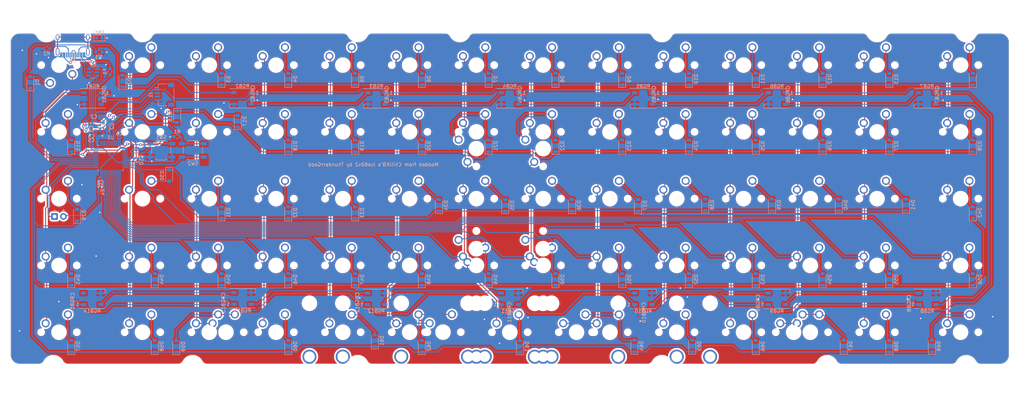
<source format=kicad_pcb>
(kicad_pcb (version 20221018) (generator pcbnew)
  (layers (0 "F.Cu" signal) (31 "B.Cu" signal) (34 "B.Paste" user) (35 "F.Paste" user) (36 "B.SilkS" user "B.Silkscreen") (37 "F.SilkS" user "F.Silkscreen") (38 "B.Mask" user) (39 "F.Mask" user) (44 "Edge.Cuts" user))
  (net 0 "")
  (net 1 "~{RST}")
  (net 2 "GND")
  (net 3 "+5V")
  (net 4 "+3V3")
  (net 5 "ROW0")
  (net 6 "Net-(D1-A)")
  (net 7 "Net-(D2-A)")
  (net 8 "Net-(D3-A)")
  (net 9 "Net-(D4-A)")
  (net 10 "Net-(D5-A)")
  (net 11 "Net-(D6-A)")
  (net 12 "Net-(D7-A)")
  (net 13 "Net-(D8-A)")
  (net 14 "Net-(D9-A)")
  (net 15 "Net-(D10-A)")
  (net 16 "Net-(D11-A)")
  (net 17 "Net-(D12-A)")
  (net 18 "Net-(D13-A)")
  (net 19 "Net-(D14-A)")
  (net 20 "ROW1")
  (net 21 "Net-(D15-A)")
  (net 22 "Net-(D16-A)")
  (net 23 "Net-(D17-A)")
  (net 24 "Net-(D18-A)")
  (net 25 "Net-(D19-A)")
  (net 26 "Net-(D20-A)")
  (net 27 "Net-(D21-A)")
  (net 28 "Net-(D22-A)")
  (net 29 "Net-(D23-A)")
  (net 30 "Net-(D24-A)")
  (net 31 "Net-(D25-A)")
  (net 32 "Net-(D26-A)")
  (net 33 "Net-(D27-A)")
  (net 34 "Net-(D28-A)")
  (net 35 "ROW2")
  (net 36 "Net-(D29-A)")
  (net 37 "Net-(D30-A)")
  (net 38 "Net-(D31-A)")
  (net 39 "Net-(D32-A)")
  (net 40 "Net-(D33-A)")
  (net 41 "Net-(D34-A)")
  (net 42 "Net-(D35-A)")
  (net 43 "Net-(D36-A)")
  (net 44 "Net-(D37-A)")
  (net 45 "Net-(D38-A)")
  (net 46 "Net-(D39-A)")
  (net 47 "Net-(D40-A)")
  (net 48 "Net-(D41-A)")
  (net 49 "Net-(D42-A)")
  (net 50 "ROW3")
  (net 51 "Net-(D44-A)")
  (net 52 "Net-(D45-A)")
  (net 53 "Net-(D46-A)")
  (net 54 "Net-(D47-A)")
  (net 55 "Net-(D48-A)")
  (net 56 "Net-(D49-A)")
  (net 57 "Net-(D50-A)")
  (net 58 "Net-(D51-A)")
  (net 59 "Net-(D52-A)")
  (net 60 "Net-(D53-A)")
  (net 61 "Net-(D54-A)")
  (net 62 "Net-(D55-A)")
  (net 63 "ROW4")
  (net 64 "Net-(D56-A)")
  (net 65 "Net-(D57-A)")
  (net 66 "Net-(D58-A)")
  (net 67 "Net-(D59-A)")
  (net 68 "Net-(D60-A)")
  (net 69 "Net-(D61-A)")
  (net 70 "Net-(D62-A)")
  (net 71 "Net-(D63-A)")
  (net 72 "D-")
  (net 73 "D+")
  (net 74 "Net-(LED1-A)")
  (net 75 "COL00")
  (net 76 "COL01")
  (net 77 "COL02")
  (net 78 "COL03")
  (net 79 "COL04")
  (net 80 "COL05")
  (net 81 "COL06")
  (net 82 "COL07")
  (net 83 "COL08")
  (net 84 "COL09")
  (net 85 "COL10")
  (net 86 "COL11")
  (net 87 "COL12")
  (net 88 "COL13")
  (net 89 "BOOT0")
  (net 90 "CAPSLCK")
  (net 96 "VBUS")
  (net 106 "Net-(D43-A)")
  (net 107 "Net-(D64-A)")
  (net 108 "Net-(D65-A)")
  (net 109 "Net-(D66-A)")
  (net 110 "Net-(D67-A)")
  (net 111 "Net-(D68-A)")
  (net 112 "Net-(D69-A)")
  (net 113 "GNDPWR")
  (net 114 "Net-(J2-CC1)")
  (net 115 "DBUS+")
  (net 116 "DBUS-")
  (net 117 "Net-(J2-CC2)")
  (net 118 "DIN")
  (net 119 "Net-(RGB1-DOUT)")
  (net 120 "Net-(RGB2-DOUT)")
  (net 121 "Net-(RGB3-DOUT)")
  (net 122 "Net-(RGB4-DOUT)")
  (net 123 "Net-(RGB5-DOUT)")
  (net 124 "Net-(RGB6-DOUT)")
  (net 125 "Net-(RGB7-DOUT)")
  (net 126 "Net-(RGB10-DOUT)")
  (net 127 "Net-(RGB10-DIN)")
  (net 128 "Net-(RGB8-DOUT)")
  (net 129 "Net-(RGB11-DOUT)")
  (net 130 "Net-(RGB12-DOUT)")
  (net 131 "Net-(RGB13-DOUT)")
  (footprint "marbastlib-mx:SW_MX_1u" (layer "F.Cu") (at 157.1625 38.1)
    (fp_text reference "MX7" hide)
    (fp_text value "5+" hide)
  )
  (footprint "marbastlib-mx:SW_MX_1u" (layer "F.Cu") (at 271.4625 95.25)
    (fp_text reference "MX55" hide)
    (fp_text value "R_SHIFT")
  )
  (footprint "marbastlib-mx:STAB_MX_P_7u" (layer "F.Cu") (at 166.6875 114.3 180)
    (fp_text reference "S7" hide)
    (fp_text value "7U Stab")
  )
  (footprint "marbastlib-mx:SW_MX_1u" (layer "F.Cu") (at 100.0125 95.25)
    (fp_text reference "MX46" hide)
    (fp_text value "C" hide)
  )
  (footprint "marbastlib-mx:SW_MX_1.5u" (layer "F.Cu") (at 295.275 114.3)
    (fp_text reference "MX69" hide)
    (fp_text value "R_CTRL")
  )
  (footprint "marbastlib-mx:SW_MX_1u" (layer "F.Cu") (at 233.3625 76.2)
    (fp_text reference "MX39" hide)
    (fp_text value "SEMICOLON" hide)
  )
  (footprint "marbastlib-mx:SW_MX_1u" (layer "F.Cu") (at 61.9125 95.25)
    (fp_text reference "MX44" hide)
    (fp_text value "Z" hide)
  )
  (footprint "marbastlib-mx:LED_MX_3mm-ROT" (layer "F.Cu") (at 38.1 81.28)
    (fp_text reference "LED2" hide)
    (fp_text value "LED")
  )
  (footprint "marbastlib-mx:STAB_MX_P_6u" (layer "F.Cu") (at 166.6875 114.3 180)
    (fp_text reference "S6" hide)
    (fp_text value "6U Stab")
  )
  (footprint "marbastlib-mx:SW_MX_1u" (layer "F.Cu") (at 138.1125 57.15)
    (fp_text reference "MX20" hide)
    (fp_text value "T" hide)
  )
  (footprint "marbastlib-mx:SW_MX_1u" (layer "F.Cu") (at 119.0625 114.3)
    (fp_text reference "MX61" hide)
    (fp_text value "SPACE")
  )
  (footprint "marbastlib-mx:SW_MX_1.5u" (layer "F.Cu") (at 295.275 95.25)
    (fp_text reference "MX56" hide)
    (fp_text value "R_SPLIT_R_SHIFT")
  )
  (footprint "marbastlib-mx:SW_MX_1u" (layer "F.Cu") (at 157.1625 57.15)
    (fp_text reference "MX21" hide)
    (fp_text value "T+" hide)
  )
  (footprint "marbastlib-mx:SW_MX_1u" (layer "F.Cu") (at 80.9625 95.25)
    (fp_text reference "MX45" hide)
    (fp_text value "X" hide)
  )
  (footprint "marbastlib-mx:SW_MX_1u" (layer "F.Cu") (at 233.3625 95.25)
    (fp_text reference "MX53" hide)
    (fp_text value "PERIOD" hide)
  )
  (footprint "marbastlib-mx:SW_MX_1u" (layer "F.Cu") (at 214.3125 57.15)
    (fp_text reference "MX24" hide)
    (fp_text value "O" hide)
  )
  (footprint "marbastlib-mx:SW_MX_1.5u" (layer "F.Cu") (at 38.1 114.3)
    (fp_text reference "MX57" hide)
    (fp_text value "L_CTRL")
  )
  (footprint "marbastlib-mx:SW_MX_1u" (layer "F.Cu") (at 176.2125 38.1)
    (fp_text reference "MX8" hide)
    (fp_text value "6+" hide)
  )
  (footprint "marbastlib-mx:SW_MX_1u" (layer "F.Cu") (at 100.0125 38.1)
    (fp_text reference "MX4" hide)
    (fp_text value "3" hide)
  )
  (footprint "marbastlib-mx:SW_MX_1.5u" (layer "F.Cu") (at 176.2125 90.4875 90)
    (fp_text reference "MX73" hide)
    (fp_text value "N+")
  )
  (footprint "marbastlib-mx:SW_MX_1u" (layer "F.Cu") (at 138.1125 76.2)
    (fp_text reference "MX34" hide)
    (fp_text value "G" hide)
  )
  (footprint "marbastlib-mx:SW_MX_1u" (layer "F.Cu") (at 138.1125 114.3)
    (fp_text reference "MX62" hide)
    (fp_text value "SPACE")
  )
  (footprint "marbastlib-mx:SW_MX_1u" (layer "F.Cu") (at 61.9125 76.2)
    (fp_text reference "MX30" hide)
    (fp_text value "A" hide)
  )
  (footprint "marbastlib-mx:SW_MX_1u" (layer "F.Cu") (at 195.2625 57.15)
    (fp_text reference "MX23" hide)
    (fp_text value "I" hide)
  )
  (footprint "marbastlib-mx:SW_MX_1.5u" (layer "F.Cu") (at 176.2125 61.9125 90)
    (fp_text reference "MX71" hide)
    (fp_text value "Y+")
  )
  (footprint "marbastlib-mx:SW_MX_1u" (layer "F.Cu") (at 271.4625 38.1)
    (fp_text reference "MX13" hide)
    (fp_text value "0" hide)
  )
  (footprint "marbastlib-mx:SW_MX_1u" (layer "F.Cu") (at 271.4625 57.15)
    (fp_text reference "MX27" hide)
    (fp_text value "R_BRACKET" hide)
  )
  (footprint "marbastlib-mx:SW_MX_1u" (layer "F.Cu") (at 195.2625 76.2)
    (fp_text reference "MX37" hide)
    (fp_text value "K" hide)
  )
  (footprint "marbastlib-mx:SW_MX_1u" (layer "F.Cu") (at 80.9625 57.15)
    (fp_text reference "MX17" hide)
    (fp_text value "W" hide)
  )
  (footprint "marbastlib-mx:SW_MX_1u" (layer "F.Cu") (at 214.3125 114.3)
    (fp_text reference "MX65" hide)
    (fp_text value "SPACE")
  )
  (footprint "marbastlib-mx:SW_MX_1u" (layer "F.Cu") (at 252.4125 114.3)
    (fp_text reference "MX67" hide)
    (fp_text value "R_GUI")
  )
  (footprint "marbastlib-mx:SW_MX_1u" (layer "F.Cu") (at 195.2625 114.3)
    (fp_text reference "MX64" hide)
    (fp_text value "SPACE")
  )
  (footprint "marbastlib-mx:STAB_MX_P_2u" (layer "F.Cu") (at 185.7375 114.3 180)
    (fp_text reference "S3" hide)
    (fp_text value "2U Stab")
  )
  (footprint "marbastlib-mx:SW_MX_1u" (layer "F.Cu") (at 195.2625 95.25)
    (fp_text reference "MX51" hide)
    (fp_text value "M" hide)
  )
  (footprint "marbastlib-mx:SW_MX_1.5u" (layer "F.Cu") (at 38.1 38.1 180)
    (fp_text reference "MX1" hide)
    (fp_text value "ESC")
  )
  (footprint "marbastlib-mx:SW_MX_1u" (layer "F.Cu") (at 252.4125 57.15)
    (fp_text reference "MX26" hide)
    (fp_text value "L_BRACKET" hide)
  )
  (footprint "marbastlib-mx:SW_MX_1u" (layer "F.Cu") (at 147.6375 114.2746)
    (fp_text reference "MX74" hide)
    (fp_text value "SPACE")
  )
  (footprint "marbastlib-mx:SW_MX_1.5u" (layer "F.Cu") (at 38.1 57.15)
    (fp_text reference "MX15" hide)
    (fp_text value "TAB" hide)
  )
  (footprint "marbastlib-mx:SW_MX_1u" (layer "F.Cu") (at 100.0125 114.3)
    (fp_text reference "MX60" hide)
    (fp_text value "SPACE")
  )
  (footprint "marbastlib-mx:SW_MX_1.5u" (layer "F.Cu") (at 247.65 114.3)
    (fp_text reference "MX77" hide)
    (fp_text value "R_ALT_7u")
  )
  (footprint "marbastlib-mx:SW_MX_1u" (layer "F.Cu") (at 119.0625 57.15)
    (fp_text reference "MX19" hide)
    (fp_text value "R" hide)
  )
  (footprint "marbastlib-mx:SW_MX_1u" (layer "F.Cu") (at 176.2125 95.25)
    (fp_text reference "MX50" hide)
    (fp_text value "N" hide)
  )
  (footprint "marbastlib-mx:SW_MX_1u" (layer "F.Cu") (at 100.0125 76.2)
    (fp_text reference "MX32" hide)
    (fp_text value "D" hide)
  )
  (footprint "marbastlib-mx:SW_MX_1u" (layer "F.Cu") (at 157.1625 76.2)
    (fp_text reference "MX35" hide)
    (fp_text value "G+" hide)
  )
  (footprint "marbastlib-mx:SW_MX_1u" (layer "F.Cu") (at 80.9625 76.2)
    (fp_text reference "MX31" hide)
    (fp_text value "S" hide)
  )
  (footprint "marbastlib-mx:SW_MX_1u" (layer "F.Cu") (at 176.2125 76.2)
    (fp_text reference "MX36" hide)
    (fp_text value "J" hide)
  )
  (footprint "marbastlib-mx:SW_MX_1.5u" (layer "F.Cu") (at 157.1625 90.4875 90)
    (fp_text reference "MX72" hide)
    (fp_text value "B+")
  )
  (footprint "marbastlib-mx:SW_MX_1u" (layer "F.Cu") (at 119.0625 95.25)
    (fp_text reference "MX47" hide)
    (fp_text value "V" hide)
  )
  (footprint "marbastlib-mx:SW_MX_1.5u" (layer "F.Cu") (at 85.725 114.3)
    (fp_text reference "MX76" hide)
    (fp_text value "L_ALT_7u")
  )
  (footprint "marbastlib-mx:SW_MX_1.5u" (layer "F.Cu") (at 38.1 76.2)
    (fp_text reference "MX29" hide)
    (fp_text value "CAPS")
  )
  (footprint "marbastlib-mx:SW_MX_1u" (layer "F.Cu") (at 157.1625 95.25)
    (fp_text reference "MX49" hide)
    (fp_text value "B+")
  )
  (footprint "marbastlib-mx:STAB_MX_P_3u" (layer "F.Cu") (at 138.1125 114.3 180)
    (fp_text reference "S5" hide)
    (fp_text value "3U stab")
  )
  (footprint "marbastlib-mx:SW_MX_1u" (layer "F.Cu") (at 195.2625 38.1)
    (fp_text reference "MX9" hide)
    (fp_text value "6" hide)
  )
  (footprint "marbastlib-mx:SW_MX_1u" (layer "F.Cu") (at 166.6875 114.3)
    (fp_text reference "MX63" hide)
    (fp_text value "SPACE")
  )
  (footprint "marbastlib-mx:SW_MX_1u" (layer "F.Cu") (at 80.9625 38.1)
    (fp_text reference "MX3" hide)
    (fp_text value "2" hide)
  )
  (footprint "marbastlib-mx:SW_MX_1.5u" (layer "F.Cu") (at 38.1 95.25)
    (fp_text reference "MX43" hide)
    (fp_text value "L_SHIFT")
  )
  (footprint "marbastlib-mx:SW_MX_1u" (layer "F.Cu") (at 176.2125 57.15)
    (fp_text reference "MX22" hide)
    (fp_text value "Y" hide)
  )
  (footprint "marbastlib-mx:SW_MX_1u" (layer "F.Cu") (at 61.9125 114.3)
    (fp_text reference "MX58" hide)
    (fp_text value "L_GUI")
  )
  (footprint "marbastlib-mx:SW_MX_1u" (layer "F.Cu") (at 185.7375 114.3)
    (fp_text reference "MX75" hide)
    (fp_text value "SPACE")
  )
  (footprint "marbastlib-mx:SW_MX_1u" (layer "F.Cu") (at 61.9125 38.1)
    (fp_text reference "MX2" hide)
    (fp_text value "1" hide)
  )
  (footprint "marbastlib-mx:SW_MX_1u" (layer "F.Cu") (at 119.0625 76.2)
    (fp_text reference "MX33" hide)
    (fp_text value "F" hide)
  )
  (footprint "marbastlib-mx:SW_MX_1u" (layer "F.Cu") (at 252.4125 76.2)
    (fp_text reference "MX40" hide)
    (fp_text value "QUOTE" hide)
  )
  (footprint "marbastlib-mx:SW_MX_1u" (layer "F.Cu") (at 100.0125 57.15)
    (fp_text reference "MX18" hide)
    (fp_text value "E" hide)
  )
  (footprint "marbastlib-mx:STAB_MX_P_3u" (layer "F.Cu") (at 195.2625 114.3 180)
    (fp_text reference "S4" hide)
    (fp_text value "3U stab")
  )
  (footprint "marbastlib-mx:SW_MX_1.5u" (layer "F.Cu") (at 157.1625 61.9125 90)
    (fp_text reference "MX70" hide)
    (fp_text value "T+")
  )
  (footprint "marbastlib-mx:SW_MX_1u" (layer "F.Cu") (at 252.4125 38.1)
    (fp_text reference "MX12" hide)
    (fp_text value "9" hide)
  )
  (footprint "marbastlib-mx:SW_MX_1u" (layer "F.Cu") (at 271.4625 114.3)
    (fp_text reference "MX68" hide)
    (fp_text value "APP")
  )
  (footprint "marbastlib-mx:STAB_MX_P_2u" (layer "F.Cu") (at 147.6375 114.2746 180)
    (fp_text reference "S1" hide)
    (fp_text value "2U Stab")
  )
  (footprint "marbastlib-mx:SW_MX_1u" (layer "F.Cu") (at 233.3625 38.1)
    (fp_text reference "MX11" hide)
    (fp_text value "8" hide)
  )
  (footprint "marbastlib-mx:SW_MX_1u" (layer "F.Cu") (at 138.1125 38.1)
    (fp_text reference "MX6" hide)
    (fp_text value "5" hide)
  )
  (footprint "marbastlib-mx:SW_MX_1u" (layer "F.Cu") (at 233.3625 57.15)
    (fp_text reference "MX25" hide)
    (fp_text value "P" hide)
  )
  (footprint "marbastlib-mx:SW_MX_1u" (layer "F.Cu") (at 214.3125 95.25)
    (fp_text reference "MX52" hide)
    (fp_text value "COMMA" hide)
  )
  (footprint "marbastlib-mx:SW_MX_1u" (layer "F.Cu") (at 119.0625 38.1)
    (fp_text reference "MX5" hide)
    (fp_text value "4" hide)
  )
  (footprint "marbastlib-mx:SW_MX_1u" (layer "F.Cu") (at 233.3625 114.3)
    (fp_text reference "MX66" hide)
    (fp_text value "R_ALT")
  )
  (footprint "marbastlib-mx:SW_MX_1.5u" (layer "F.Cu") (at 295.275 38.1)
    (fp_text reference "MX14" hide)
    (fp_text value "MINUS")
  )
  (footprint "marbastlib-mx:SW_MX_1.5u" (layer "F.Cu") (at 295.275 57.15)
    (fp_text reference "MX28" hide)
    (fp_text value "BACKSLASH" hide)
  )
  (footprint "marbastlib-mx:SW_MX_1u" (layer "F.Cu") (at 252.4125 95.25)
    (fp_text reference "MX54" hide)
    (fp_text value "FWDSLASH" hide)
  )
  (footprint "marbastlib-mx:SW_MX_1u" (layer "F.Cu") (at 271.4625 76.2)
    (fp_text reference "MX41" hide)
    (fp_text value "ENTER")
  )
  (footprint "marbastlib-mx:SW_MX_1.5u" (layer "F.Cu") (at 295.275 76.2)
    (fp_text reference "MX42" hide)
    (fp_text value "R_SPLIT_BACKSPACE")
  )
  (footprint "marbastlib-mx:SW_MX_1u" (layer "F.Cu") (at 214.3125 76.2)
    (fp_text reference "MX38" hide)
    (fp_text value "L" hide)
  )
  (footprint "marbastlib-mx:SW_MX_1u" (layer "F.Cu") (at 214.3125 38.1)
    (fp_text reference "MX10" hide)
    (fp_text value "7" hide)
  )
  (footprint "marbastlib-mx:STAB_MX_P_2u" (layer "F.Cu") (at 166.6875 114.3 180)
    (fp_text reference "S2" hide)
    (fp_text value "2U Stab")
  )
  (footprint "marbastlib-mx:SW_MX_1u" (layer "F.Cu") (at 61.9125 57.15)
    (fp_text reference "MX16" hide)
    (fp_text value "Q" hide)
  )
  (footprint "marbastlib-mx:SW_MX_1u" (layer "F.Cu") (at 138.1125 95.25)
    (fp_text reference "MX48" hide)
    (fp_text value "B" hide)
  )
  (footprint "marbastlib-mx:SW_MX_1u" (layer "F.Cu") (at 80.9625 114.3)
    (fp_text reference "MX59" hide)
    (fp_text value "L_ALT")
  )
  (footprint "Diode_SMD:D_SOD-123" (layer "B.Cu") (at 141.6125 61.15 90)
    (fp_text reference "D20")
    (fp_text value "D")
  )
  (footprint "Diode_SMD:D_SOD-123" (layer "B.Cu") (at 65.4125 118.3 90)
    (fp_text reference "D58")
    (fp_text value "D")
  )
  (footprint "Capacitor_SMD:C_0402_1005Metric" (layer "B.Cu") (at 132.7785 46.482 -90)
    (fp_text reference "CRGB3")
    (fp_text value "100n")
  )
  (footprint "Resistor_SMD:R_0603_1608Metric" (layer "B.Cu") (at 34.6125 33.375)
    (fp_text reference "R2")
    (fp_text value "5.1K")
  )
  (footprint "LED_SMD:LED_WS2812B_PLCC4_5.0x5.0mm_P3.2mm" (layer "B.Cu") (at 204.7875 47.625 180)
    (fp_text reference "RGB5")
    (fp_text value "WS2812B")
  )
  (footprint "LED_SMD:LED_WS2812B_PLCC4_5.0x5.0mm_P3.2mm" (layer "B.Cu") (at 285.8135 104.775)
    (fp_text reference "RGB8")
    (fp_text value "WS2812B")
  )
  (footprint "Diode_SMD:D_SOD-123" (layer "B.Cu") (at 198.7625 42.1 90)
    (fp_text reference "D9")
    (fp_text value "D")
  )
  (footprint "Diode_SMD:D_SOD-123" (layer "B.Cu") (at 222.4405 77.978 90)
    (fp_text reference "D38")
    (fp_text value "D")
  )
  (footprint "Resistor_SMD:R_0603_1608Metric" (layer "B.Cu") (at 71.797075 58.534375 180)
    (fp_text reference "R1")
    (fp_text value "10k")
  )
  (footprint "Capacitor_SMD:C_0402_1005Metric" (layer "B.Cu") (at 48.5002 57.1875 -90)
    (fp_text reference "C3")
    (fp_text value "1u")
  )
  (footprint "Capacitor_SMD:C_0402_1005Metric" (layer "B.Cu") (at 238.6965 105.918 -90)
    (fp_text reference "CRGB9")
    (fp_text value "100n")
  )
  (footprint "Capacitor_SMD:C_0402_1005Metric" (layer "B.Cu") (at 52.1589 46.4566 -90)
    (fp_text reference "CRGB1")
    (fp_text value "100n")
  )
  (footprint "Diode_SMD:D_SOD-123" (layer "B.Cu") (at 84.4625 42.1 90)
    (fp_text reference "D3")
    (fp_text value "D")
  )
  (footprint "Fuse:Fuse_0603_1608Metric" (layer "B.Cu") (at 52.6415 39.975 -90)
    (fp_text reference "F1")
    (fp_text value "mSMD110-16V")
  )
  (footprint "Capacitor_SMD:C_0402_1005Metric" (layer "B.Cu") (at 55.297075 58.784375 180)
    (fp_text reference "C6")
    (fp_text value "100n")
  )
  (footprint "Diode_SMD:D_SOD-123" (layer "B.Cu") (at 236.8625 118.3 90)
    (fp_text reference "D66")
    (fp_text value "D")
  )
  (footprint "Diode_SMD:D_SOD-123" (layer "B.Cu") (at 255.9125 61.15 90)
    (fp_text reference "D26")
    (fp_text value "D")
  )
  (footprint "Capacitor_SMD:C_0402_1005Metric" (layer "B.Cu") (at 60.447075 65.151 90)
    (fp_text reference "C10")
    (fp_text value "1u")
  )
  (footprint "Package_TO_SOT_SMD:SOT-23-6" (layer "B.Cu") (at 47.8125 40.175 180)
    (fp_text reference "U3")
    (fp_text value "USBLC6-2SC6")
  )
  (footprint "Diode_SMD:D_SOD-123" (layer "B.Cu") (at 298.775 61.15 90)
    (fp_text reference "D28")
    (fp_text value "D")
  )
  (footprint "Diode_SMD:D_SOD-123" (layer "B.Cu") (at 103.5125 80.2 90)
    (fp_text reference "D32")
    (fp_text value "D")
  )
  (footprint "Diode_SMD:D_SOD-123" (layer "B.Cu") (at 236.8625 61.15 90)
    (fp_text reference "D25")
    (fp_text value "D")
  )
  (footprint "LED_SMD:LED_WS2812B_PLCC4_5.0x5.0mm_P3.2mm" (layer "B.Cu") (at 242.8875 104.775)
    (fp_text reference "RGB9")
    (fp_text value "WS2812B")
  )
  (footprint "Diode_SMD:D_SOD-123" (layer "B.Cu") (at 89.0905 54.102 90)
    (fp_text reference "D17")
    (fp_text value "D")
  )
  (footprint "Diode_SMD:D_SOD-123" (layer "B.Cu") (at 198.7625 61.15 90)
    (fp_text reference "D23")
    (fp_text value "D")
  )
  (footprint "Capacitor_SMD:C_0402_1005Metric" (layer "B.Cu") (at 47.317075 60.65006 180)
    (fp_text reference "C5")
    (fp_text value "100n")
  )
  (footprint "Capacitor_SMD:C_0402_1005Metric" (layer "B.Cu") (at 43.1165 105.918 -90)
    (fp_text reference "CRGB14")
    (fp_text value "100n")
  )
  (footprint "LED_SMD:LED_WS2812B_PLCC4_5.0x5.0mm_P3.2mm" (layer "B.Cu") (at 204.7875 104.775)
    (fp_text reference "RGB10")
    (fp_text value "WS2812B")
  )
  (footprint "Diode_SMD:D_SOD-123" (layer "B.Cu") (at 179.7125 42.1 90)
    (fp_text reference "D8")
    (fp_text value "D")
  )
  (footprint "Diode_SMD:D_SOD-123" (layer "B.Cu") (at 122.5625 80.2 90)
    (fp_text reference "D33")
    (fp_text value "D")
  )
  (footprint "Diode_SMD:D_SOD-123" (layer "B.Cu") (at 65.4125 99.25 90)
    (fp_text reference "D44")
    (fp_text value "D")
  )
  (footprint "Diode_SMD:D_SOD-123" (layer "B.Cu") (at 241.4905 77.978 90)
    (fp_text reference "D39")
    (fp_text value "D")
  )
  (footprint "Diode_SMD:D_SOD-123" (layer "B.Cu") (at 287.0835 118.237 90)
    (fp_text reference "D69")
    (fp_text value "D")
  )
  (footprint "Diode_SMD:D_SOD-123" (layer "B.Cu") (at 274.9625 61.15 90)
    (fp_text reference "D27")
    (fp_text value "D")
  )
  (footprint "Capacitor_SMD:C_0402_1005Metric" (layer "B.Cu") (at 48.034575 53.975 180)
    (fp_text reference "C2")
    (fp_text value "1u")
  )
  (footprint "Diode_SMD:D_SOD-123" (layer "B.Cu") (at 260.5405 77.978 90)
    (fp_text reference "D40")
    (fp_text value "D")
  )
  (footprint "Diode_SMD:D_SOD-123" (layer "B.Cu") (at 103.5125 42.1 90)
    (fp_text reference "D4")
    (fp_text value "D")
  )
  (footprint "Diode_SMD:D_SOD-123" (layer "B.Cu") (at 179.7125 99.25 90)
    (fp_text reference "D50")
    (fp_text value "D")
  )
  (footprint "Diode_SMD:D_SOD-123" (layer "B.Cu") (at 41.6 118.3 90)
    (fp_text reference "D57")
    (fp_text value "D")
  )
  (footprint "Diode_SMD:D_SOD-123" (layer "B.Cu") (at 103.5125 118.3 90)
    (fp_text reference "D60")
    (fp_text value "D")
  )
  (footprint "Diode_SMD:D_SOD-123" (layer "B.Cu") (at 218.7575 118.237 90)
    (fp_text reference "D65")
    (fp_text value "D")
  )
  (footprint "Diode_SMD:D_SOD-123" (layer "B.Cu") (at 141.6125 99.25 90)
    (fp_text reference "D48")
    (fp_text value "D")
  )
  (footprint "Diode_SMD:D_SOD-123" (layer "B.Cu") (at 122.5625 99.25 90)
    (fp_text reference "D47")
    (fp_text value "D")
  )
  (footprint "Diode_SMD:D_SOD-123" (layer "B.Cu") (at 141.6125 42.1 90)
    (fp_text reference "D6")
    (fp_text value "D")
  )
  (footprint "Diode_SMD:D_SOD-123" (layer "B.Cu") (at 198.7625 99.25 90)
    (fp_text reference "D51")
    (fp_text value "D")
  )
  (footprint "Capacitor_SMD:C_0402_1005Metric" (layer "B.Cu") (at 247.2055 46.482 -90)
    (fp_text reference "CRGB6")
    (fp_text value "100n")
  )
  (footprint "Diode_SMD:D_SOD-123" (layer "B.Cu") (at 203.2635 78.105 90)
    (fp_text reference "D37")
    (fp_text value "D")
  )
  (footprint "Capacitor_SMD:C_0402_1005Metric" (layer "B.Cu") (at 49.937075 71.494375)
    (fp_text reference "C9")
    (fp_text value "10n")
  )
  (footprint "LED_SMD:LED_WS2812B_PLCC4_5.0x5.0mm_P3.2mm" (layer "B.Cu") (at 285.6865 47.625 180)
    (fp_text reference "RGB7")
    (fp_text value "WS2812B")
  )
  (footprint "Diode_SMD:D_SOD-123" (layer "B.Cu") (at 217.8125 61.15 90)
    (fp_text reference "D24")
    (fp_text value "D")
  )
  (footprint "Diode_SMD:D_SOD-123" (layer "B.Cu") (at 298.775 80.2 90)
    (fp_text reference "D42")
    (fp_text value "D")
  )
  (footprint "Diode_SMD:D_SOD-123" (layer "B.Cu") (at 141.6125 118.3 90)
    (fp_text reference "D62")
    (fp_text value "D")
  )
  (footprint "Package_QFP:LQFP-48_7x7mm_P0.5mm" (layer "B.Cu") (at 52.797075 64.584375 180)
    (fp_text reference "U1")
    (fp_text value "STM32F072CBTx" hide)
  )
  (footprint "Diode_SMD:D_SOD-123" (layer "B.Cu") (at 71.5645 118.364 90)
    (fp_text reference "D59")
    (fp_text value "D")
  )
  (footprint "Capacitor_SMD:C_0402_1005Metric" (layer "B.Cu") (at 203.7715 108.712 90)
    (fp_text reference "CRGB10")
    (fp_text value "100n")
  )
  (footprint "Resistor_SMD:R_0603_1608Metric" (layer "B.Cu") (at 49.4665 34.417)
    (fp_text reference "R3")
    (fp_text value "5.1K")
  )
  (footprint "Diode_SMD:D_SOD-123" (layer "B.Cu") (at 298.775 42.1 90)
    (fp_text reference "D14" hide)
    (fp_text value "D")
  )
  (footprint "Diode_SMD:D_SOD-123" (layer "B.Cu") (at 103.5125 61.15 90)
    (fp_text reference "D18")
    (fp_text value "D")
  )
  (footprint "Package_TO_SOT_SMD:SOT-23-3" (layer "B.Cu") (at 50.8127 55.5625 90)
    (fp_text reference "U2")
    (fp_text value "XC6206P332MR")
  )
  (footprint "Diode_SMD:D_SOD-123" (layer "B.Cu") (at 298.775 99.25 90)
    (fp_text reference "D56")
    (fp_text value "D")
  )
  (footprint "Capacitor_SMD:C_0402_1005Metric" (layer "B.Cu") (at 208.9785 46.454 -90)
    (fp_text reference "CRGB5")
    (fp_text value "100n")
  )
  (footprint "Connector_JST:JST_SH_SM04B-SRSS-TB_1x04-1MP_P1.00mm_Horizontal" (layer "B.Cu") (at 68.2125 46.575 -90)
    (fp_text reference "J1")
    (fp_text value "JST_SH_SM04B-SRSS-TB_1x04")
  )
  (footprint "Capacitor_SMD:C_0402_1005Metric" (layer "B.Cu") (at 94.5769 46.3042 -90)
    (fp_text reference "CRGB2")
    (fp_text value "100n")
  )
  (footprint "Diode_SMD:D_SOD-123" (layer "B.Cu") (at 103.5125 99.25 90)
    (fp_text reference "D46")
    (fp_text value "D")
  )
  (footprint "Diode_SMD:D_SOD-123" (layer "B.Cu") (at 202.2475 118.237 90)
    (fp_text reference "D64")
    (fp_text value "D")
  )
  (footprint "Diode_SMD:D_SOD-123" (layer "B.Cu") (at 165.4175 78.105 90)
    (fp_text reference "D35")
    (fp_text value "D")
  )
  (footprint "Diode_SMD:D_SOD-123" (layer "B.Cu") (at 274.9625 99.25 90)
    (fp_text reference "D55")
    (fp_text value "D")
  )
  (footprint "LED_SMD:LED_WS2812B_PLCC4_5.0x5.0mm_P3.2mm" (layer "B.Cu") (at 242.8875 47.625 180)
    (fp_text reference "RGB6")
    (fp_text value "WS2812B")
  )
  (footprint "Capacitor_SMD:C_0402_1005Metric" (layer "B.Cu") (at 47.317075 59.518689 180)
    (fp_text reference "C4")
    (fp_text value "4.7u")
  )
  (footprint "Diode_SMD:D_SOD-123" (layer "B.Cu") (at 217.8125 99.25 90)
    (fp_text reference "D52")
    (fp_text value "D")
  )
  (footprint "LED_SMD:LED_WS2812B_PLCC4_5.0x5.0mm_P3.2mm" (layer "B.Cu") (at 166.6875 104.775)
    (fp_text reference "RGB11")
    (fp_text value "WS2812B")
  )
  (footprint "Diode_SMD:D_SOD-123" (layer "B.Cu") (at 69.5325 69.596 -90)
    (fp_text reference "D30")
    (fp_text value "D")
  )
  (footprint "Button_Switch_SMD:SW_SPST_TL3342" (layer "B.Cu") (at 67.247075 62.434375 180)
    (fp_text reference "SW1")
    (fp_text value "RST")
  )
  (footprint "Capacitor_SMD:C_0402_1005Metric" (layer "B.Cu") (at 281.7495 106.045 -90)
    (fp_text reference "CRGB8")
    (fp_text value "100n")
  )
  (footprint "Diode_SMD:D_SOD-123" (layer "B.Cu") (at 255.9125 99.25 90)
    (fp_text reference "D54")
    (fp_text value "D")
  )
  (footprint "Diode_SMD:D_SOD-123" (layer "B.Cu") (at 160.6625 61.15 90)
    (fp_text reference "D21")
    (fp_text value "D")
  )
  (footprint "LED_SMD:LED_WS2812B_PLCC4_5.0x5.0mm_P3.2mm" (layer "B.Cu") (at 47.5615 104.775)
    (fp_text reference "RGB14")
    (fp_text value "WS2812B")
  )
  (footprint "Diode_SMD:D_SOD-123" (layer "B.Cu") (at 274.9625 118.3 90)
    (fp_text reference "D68")
    (fp_text value "D")
  )
  (footprint "Capacitor_SMD:C_0402_1005Metric" (layer "B.Cu") (at 58.9915 62.738 90)
    (fp_text reference "C1")
    (fp_text value "100n")
  )
  (footprint "Diode_SMD:D_SOD-123" (layer "B.Cu") (at 128.2065 116.713 90)
    (fp_text reference "D61")
    (fp_text value "D")
  )
  (footprint "LED_SMD:LED_WS2812B_PLCC4_5.0x5.0mm_P3.2mm" (layer "B.Cu") (at 90.4875 104.648)
    (fp_text reference "RGB13")
    (fp_text value "WS2812B")
  )
  (footprint "LED_SMD:LED_WS2812B_PLCC4_5.0x5.0mm_P3.2mm" (layer "B.Cu") (at 166.6875 47.625 180)
    (fp_text reference "RGB4")
    (fp_text value "WS2812B")
  )
  (footprint "marbastlib-various:USB_C_Receptacle_HRO_TYPE-C-31-M-12" (layer "B.Cu") (at 42.0125 31.175)
    (fp_text reference "J2")
    (fp_text value "USB_C_Receptacle_USB2.0_14P" hide)
  )
  (footprint "Diode_SMD:D_SOD-123" (layer "B.Cu") (at 122.5625 61.15 90)
    (fp_text reference "D19")
    (fp_text value "D")
  )
  (footprint "LED_SMD:LED_WS2812B_PLCC4_5.0x5.0mm_P3.2mm" (layer "B.Cu") (at 47.6885 47.625 180)
    (fp_text reference "RGB1")
    (fp_text value "WS2812B")
  )
  (footprint "LED_SMD:LED_WS2812B_PLCC4_5.0x5.0mm_P3.2mm" (layer "B.Cu") (at 128.6637 47.625 180)
    (fp_text reference "RGB3")
    (fp_text value "WS2812B")
  )
  (footprint "Diode_SMD:D_SOD-123" (layer "B.Cu") (at 41.6 61.15 90)
    (fp_text reference "D15")
    (fp_text value "D")
  )
  (footprint "Diode_SMD:D_SOD-123" (layer "B.Cu") (at 217.8125 42.1 90)
    (fp_text reference "D10")
    (fp_text value "D")
  )
  (footprint "Diode_SMD:D_SOD-123" (layer "B.Cu") (at 236.8625 99.25 90)
    (fp_text reference "D53")
    (fp_text value "D")
  )
  (footprint "Capacitor_SMD:C_0402_1005Metric" (layer "B.Cu") (at 59.4995 65.151 90)
    (fp_text reference "C7")
    (fp_text value "100n")
  )
  (footprint "Diode_SMD:D_SOD-123" (layer "B.Cu") (at 179.7125 61.15 90)
    (fp_text reference "D22")
    (fp_text value "D")
  )
  (footprint "Capacitor_SMD:C_0402_1005Metric" (layer "B.Cu") (at 170.7515 46.482 -90)
    (fp_text reference "CRGB4")
    (fp_text value "100n")
  )
  (footprint "Capacitor_SMD:C_0402_1005Metric" (layer "B.Cu") (at 49.937075 70.394375)
    (fp_text reference "C8")
    (fp_text value "100n")
  )
  (footprint "Capacitor_SMD:C_0402_1005Metric" (layer "B.Cu") (at 165.4175 108.585 90)
    (fp_text reference "CRGB11")
    (fp_text value "100n")
  )
  (footprint "Button_Switch_SMD:SW_SPST_TL3342" (layer "B.Cu") (at 76.297075 62.434375)
    (fp_text reference "SW2")
    (fp_text value "BOOT")
  )
  (footprint "Capacitor_SMD:C_0402_1005Metric" (layer "B.Cu") (at 289.7505 46.482 -90)
    (fp_text reference "CRGB7")
    (fp_text value "100n")
  )
  (footprint "Diode_SMD:D_SOD-123" (layer "B.Cu") (at 261.9375 118.237 90)
    (fp_text reference "D67")
    (fp_text value "D")
  )
  (footprint "Diode_SMD:D_SOD-123" (layer "B.Cu") (at 29.9085 43.053 90)
    (fp_text reference "D1")
    (fp_text value "D")
  )
  (footprint "Diode_SMD:D_SOD-123" (layer "B.Cu") (at 56.1975 42.672 90)
    (fp_text reference "D2")
    (fp_text value "D")
  )
  (footprint "Diode_SMD:D_SOD-123" (layer "B.Cu") (at 274.9625 42.1 90)
    (fp_text reference "D13")
    (fp_text value "D")
  )
  (footprint "Diode_SMD:D_SOD-123" (layer "B.Cu") (at 160.6625 99.25 90)
    (fp_text reference "D49")
    (fp_text value "D")
  )
  (footprint "Diode_SMD:D_SOD-123" (layer "B.Cu") (at 71.8185 52.832 -90)
    (fp_text reference "D16")
    (fp_text value "D")
  )
  (footprint "Diode_SMD:D_SOD-123" (layer "B.Cu") (at 255.9125 42.1 90)
    (fp_text reference "D12")
    (fp_text value "D")
  )
  (footprint "Capacitor_SMD:C_0402_1005Metric" (layer "B.Cu") (at 124.3965 105.819 -90)
    (fp_text reference "CRGB12")
    (fp_text value "100n")
  )
  (footprint "PCM_Ferrite_SMD_AKL:Ferrite_0603_1608Metric" (layer "B.Cu") (at 49.6125 30.375 180)
    (fp_text reference "FB1")
    (fp_text value "BLM18KG121TN1D" hide)
  )
  (footprint "Diode_SMD:D_SOD-123" (layer "B.Cu") (at 84.4625 80.2 90)
    (fp_text reference "D31")
    (fp_text value "D")
  )
  (footprint "Diode_SMD:D_SOD-123" (layer "B.Cu") (at 41.6 99.25 90)
    (fp_text reference "D43")
    (fp_text value "D")
  )
  (footprint "Diode_SMD:D_SOD-123" (layer "B.Cu") (at 160.6625 42.1 90)
    (fp_text reference "D7")
    (fp_text value "D")
  )
  (footprint "Resistor_SMD:R_0402_1005Metric" (layer "B.Cu") (at 49.4665 74.295 90)
    (fp_text reference "R4")
    (fp_text value "470R")
  )
  (footprint "LED_SMD:LED_WS2812B_PLCC4_5.0x5.0mm_P3.2mm" (layer "B.Cu") (at 90.4621 47.5742 180)
    (fp_text reference "RGB2")
    (fp_text value "WS2812B")
  )
  (footprint "Diode_SMD:D_SOD-123" (layer "B.Cu") (at 169.6085 118.364 90)
    (fp_text reference "D63")
    (fp_text value "D")
  )
  (footprint "Diode_SMD:D_SOD-123" (layer "B.Cu") (at 146.4945 78.105 90)
    (fp_text reference "D34")
    (fp_text value "D")
  )
  (footprint "Diode_SMD:D_SOD-123" (layer "B.Cu") (at 122.5625 42.1 90)
    (fp_text reference "D5")
    (fp_text value "D")
  )
  (footprint "Diode_SMD:D_SOD-123" (layer "B.Cu") (at 43.2435 80.899 90)
    (fp_text reference "D29")
    (fp_text value "D")
  )
  (footprint "Diode_SMD:D_SOD-123" (layer "B.Cu") (at 84.4625 99.25 90)
    (fp_text reference "D45")
    (fp_text value "D")
  )
  (footprint "Capacitor_SMD:C_0402_1005Metric" (layer "B.Cu") (at 86.1695 105.918 -90)
    (fp_text reference "CRGB13")
    (fp_text value "100n")
  )
  (footprint "LED_SMD:LED_WS2812B_PLCC4_5.0x5.0mm_P3.2mm" (layer "B.Cu") (at 128.5875 104.775)
    (fp_text reference "RGB12")
    (fp_text value "WS2812B")
  )
  (footprint "Diode_SMD:D_SOD-123" (layer "B.Cu") (at 236.8625 42.1 90)
    (fp_text reference "D11")
    (fp_text value "D")
  )
  (footprint "Diode_SMD:D_SOD-123" (layer "B.Cu") (at 279.7175 77.978 90)
    (fp_text reference "D41")
    (fp_text value "D")
  )
  (footprint "Diode_SMD:D_SOD-123" (layer "B.Cu") (at 184.4675 78.105 90)
    (fp_text reference "D36")
    (fp_text value "D")
  )
  (gr_arc (start 214.223296 123.3) (mid 213.445584 123.082637) (end 212.893261 122.493549) (stroke (width 0.1)) (layer "Edge.Cuts"))
  (gr_arc (start 26.8502 123.3) (mid 25.082433 122.567767) (end 24.3502 120.8) (stroke (width 0.1)) (layer "Edge.Cuts"))
  (gr_line (start 38.623296 29.1) (end 57.802084 29.1) (stroke (width 0.1)) (layer "Edge.Cuts"))
  (gr_arc (start 64.718261 29.906452) (mid 61.925195 31.599991) (end 59.132119 29.906451) (stroke (width 0.1)) (layer "Edge.Cuts"))
  (gr_arc (start 57.802084 29.1) (mid 58.579804 29.317355) (end 59.132119 29.906451) (stroke (width 0.1)) (layer "Edge.Cuts"))
  (gr_arc (start 205.977084 29.1) (mid 206.754804 29.317355) (end 207.307119 29.906451) (stroke (width 0.1)) (layer "Edge.Cuts"))
  (gr_arc (start 261.310796 123.3) (mid 260.533084 123.082637) (end 259.980761 122.493549) (stroke (width 0.1)) (layer "Edge.Cuts"))
  (gr_line (start 119.177084 123.3) (end 80.335796 123.3) (stroke (width 0.1)) (layer "Edge.Cuts"))
  (gr_arc (start 306.5502 29.1) (mid 308.317967 29.832233) (end 309.0502 31.6) (stroke (width 0.1)) (layer "Edge.Cuts"))
  (gr_line (start 66.048296 29.1) (end 119.177084 29.1) (stroke (width 0.1)) (layer "Edge.Cuts"))
  (gr_line (start 309.0502 31.6) (end 309.0502 120.8) (stroke (width 0.1)) (layer "Edge.Cuts"))
  (gr_line (start 26.8502 29.1) (end 30.377084 29.1) (stroke (width 0.1)) (layer "Edge.Cuts"))
  (gr_line (start 214.223296 29.1) (end 267.352084 29.1) (stroke (width 0.1)) (layer "Edge.Cuts"))
  (gr_arc (start 301.023296 123.3) (mid 300.245584 123.082637) (end 299.693261 122.493549) (stroke (width 0.1)) (layer "Edge.Cuts"))
  (gr_arc (start 120.507119 122.493548) (mid 123.300196 120.799991) (end 126.093261 122.493549) (stroke (width 0.1)) (layer "Edge.Cuts"))
  (gr_line (start 156.535796 29.1) (end 205.977084 29.1) (stroke (width 0.1)) (layer "Edge.Cuts"))
  (gr_arc (start 294.107118 122.493548) (mid 293.554796 123.082632) (end 292.777084 123.3) (stroke (width 0.1)) (layer "Edge.Cuts"))
  (gr_line (start 253.064584 123.3) (end 214.223296 123.3) (stroke (width 0.1)) (layer "Edge.Cuts"))
  (gr_arc (start 33.707119 122.493548) (mid 36.50019 120.8) (end 39.293261 122.493549) (stroke (width 0.1)) (layer "Edge.Cuts"))
  (gr_arc (start 73.419618 122.493548) (mid 72.867296 123.082632) (end 72.089584 123.3) (stroke (width 0.1)) (layer "Edge.Cuts"))
  (gr_arc (start 126.093261 29.906452) (mid 123.300195 31.599991) (end 120.507119 29.906451) (stroke (width 0.1)) (layer "Edge.Cuts"))
  (gr_line (start 292.777084 123.3) (end 261.310796 123.3) (stroke (width 0.1)) (layer "Edge.Cuts"))
  (gr_arc (start 37.293262 29.906452) (mid 37.845582 29.31736) (end 38.623296 29.1) (stroke (width 0.1)) (layer "Edge.Cuts"))
  (gr_arc (start 80.335796 123.3) (mid 79.558084 123.082637) (end 79.005761 122.493549) (stroke (width 0.1)) (layer "Edge.Cuts"))
  (gr_arc (start 207.307119 122.493548) (mid 210.100196 120.799991) (end 212.893261 122.493549) (stroke (width 0.1)) (layer "Edge.Cuts"))
  (gr_arc (start 120.507118 122.493548) (mid 119.954796 123.082632) (end 119.177084 123.3) (stroke (width 0.1)) (layer "Edge.Cuts"))
  (gr_arc (start 292.777084 29.099992) (mid 293.554791 29.317355) (end 294.107119 29.906443) (stroke (width 0.1)) (layer "Edge.Cuts"))
  (gr_arc (start 119.177084 29.1) (mid 119.954804 29.317355) (end 120.507119 29.906451) (stroke (width 0.1)) (layer "Edge.Cuts"))
  (gr_arc (start 212.893262 29.906452) (mid 213.445582 29.31736) (end 214.223296 29.1) (stroke (width 0.1)) (layer "Edge.Cuts"))
  (gr_arc (start 299.693261 29.906444) (mid 296.900195 31.599987) (end 294.107119 29.906443) (stroke (width 0.1)) (layer "Edge.Cuts"))
  (gr_arc (start 37.293261 29.906452) (mid 34.50019 31.599989) (end 31.707119 29.906451) (stroke (width 0.1)) (layer "Edge.Cuts"))
  (gr_arc (start 24.3502 31.6) (mid 25.082433 29.832233) (end 26.8502 29.1) (stroke (width 0.1)) (layer "Edge.Cuts"))
  (gr_arc (start 294.107119 122.493548) (mid 296.900196 120.799991) (end 299.693261 122.493549) (stroke (width 0.1)) (layer "Edge.Cuts"))
  (gr_arc (start 127.423296 123.3) (mid 126.645584 123.082637) (end 126.093261 122.493549) (stroke (width 0.1)) (layer "Edge.Cuts"))
  (gr_line (start 24.3502 120.8) (end 24.3502 31.6) (stroke (width 0.1)) (layer "Edge.Cuts"))
  (gr_arc (start 155.205762 29.906452) (mid 155.758082 29.31736) (end 156.535796 29.1) (stroke (width 0.1)) (layer "Edge.Cuts"))
  (gr_arc (start 254.394618 122.493548) (mid 253.842296 123.082632) (end 253.064584 123.3) (stroke (width 0.1)) (layer "Edge.Cuts"))
  (gr_arc (start 274.268261 29.906452) (mid 271.475195 31.599991) (end 268.682119 29.906451) (stroke (width 0.1)) (layer "Edge.Cuts"))
  (gr_arc (start 30.377084 29.1) (mid 31.154804 29.317355) (end 31.707119 29.906451) (stroke (width 0.1)) (layer "Edge.Cuts"))
  (gr_arc (start 33.707118 122.493548) (mid 33.154797 123.082636) (end 32.377084 123.3) (stroke (width 0.1)) (layer "Edge.Cuts"))
  (gr_line (start 32.377084 123.3) (end 26.8502 123.3) (stroke (width 0.1)) (layer "Edge.Cuts"))
  (gr_arc (start 299.693262 29.906444) (mid 300.245583 29.317355) (end 301.023296 29.099992) (stroke (width 0.1)) (layer "Edge.Cuts"))
  (gr_arc (start 254.394619 122.493548) (mid 257.187696 120.799991) (end 259.980761 122.493549) (stroke (width 0.1)) (layer "Edge.Cuts"))
  (gr_line (start 205.977084 123.3) (end 127.423296 123.3) (stroke (width 0.1)) (layer "Edge.Cuts"))
  (gr_arc (start 212.893261 29.906452) (mid 210.100195 31.599991) (end 207.307119 29.906451) (stroke (width 0.1)) (layer "Edge.Cuts"))
  (gr_line (start 301.023296 29.099992) (end 306.5502 29.099992) (stroke (width 0.1)) (layer "Edge.Cuts"))
  (gr_arc (start 64.718262 29.906452) (mid 65.270582 29.31736) (end 66.048296 29.1) (stroke (width 0.1)) (layer "Edge.Cuts"))
  (gr_arc (start 40.623296 123.3) (mid 39.845584 123.082637) (end 39.293261 122.493549) (stroke (width 0.1)) (layer "Edge.Cuts"))
  (gr_arc (start 148.289584 29.1) (mid 149.067304 29.317355) (end 149.619619 29.906451) (stroke (width 0.1)) (layer "Edge.Cuts"))
  (gr_arc (start 155.205761 29.906452) (mid 152.412695 31.599991) (end 149.619619 29.906451) (stroke (width 0.1)) (layer "Edge.Cuts"))
  (gr_arc (start 126.093262 29.906452) (mid 126.645582 29.31736) (end 127.423296 29.1) (stroke (width 0.1)) (layer "Edge.Cuts"))
  (gr_line (start 127.423296 29.1) (end 148.289584 29.1) (stroke (width 0.1)) (layer "Edge.Cuts"))
  (gr_arc (start 274.268262 29.906452) (mid 274.820582 29.31736) (end 275.598296 29.1) (stroke (width 0.1)) (layer "Edge.Cuts"))
  (gr_arc (start 309.0502 120.8) (mid 308.317967 122.567767) (end 306.5502 123.3) (stroke (width 0.1)) (layer "Edge.Cuts"))
  (gr_arc (start 207.307118 122.493548) (mid 206.754796 123.082632) (end 205.977084 123.3) (stroke (width 0.1)) (layer "Edge.Cuts"))
  (gr_arc (start 267.352084 29.1) (mid 268.129804 29.317355) (end 268.682119 29.906451) (stroke (width 0.1)) (layer "Edge.Cuts"))
  (gr_line (start 306.5502 123.3) (end 301.023296 123.3) (stroke (width 0.1)) (layer "Edge.Cuts"))
  (gr_line (start 72.089584 123.3) (end 40.623296 123.3) (stroke (width 0.1)) (layer "Edge.Cuts"))
  (gr_line (start 292.777084 29.099992) (end 275.598296 29.1) (stroke (width 0.1)) (layer "Edge.Cuts"))
  (gr_arc (start 73.419619 122.493548) (mid 76.212696 120.799991) (end 79.005761 122.493549) (stroke (width 0.1)) (layer "Edge.Cuts"))
  (gr_text "Modded from ChillKB's Ice60v2 by ThunderrGodd\n" (at 146.4945 67.056) (layer "B.SilkS") (effects (font (size 1 1)) (justify left bottom mirror)))
  (segment (start 62.4205 63.119) (end 61.6585 63.119) (width 0.3) (layer "B.Cu") (net 1))
  (segment (start 61.6585 63.119) (end 61.5595 63.218) (width 0.3) (layer "B.Cu") (net 1))
  (segment (start 58.9915 63.8087) (end 58.9915 63.218) (width 0.3) (layer "B.Cu") (net 1))
  (segment (start 61.5595 63.218) (end 58.9915 63.218) (width 0.3) (layer "B.Cu") (net 1))
  (segment (start 57.965825 64.834375) (end 58.9915 63.8087) (width 0.3) (layer "B.Cu") (net 1))
  (segment (start 64.097075 60.534375) (end 70.397075 60.534375) (width 0.3) (layer "B.Cu") (net 1))
  (segment (start 64.097075 60.534375) (end 64.097075 61.442425) (width 0.3) (layer "B.Cu") (net 1))
  (segment (start 56.959575 64.834375) (end 57.965825 64.834375) (width 0.3) (layer "B.Cu") (net 1))
  (segment (start 64.097075 61.442425) (end 62.4205 63.119) (width 0.3) (layer "B.Cu") (net 1))
  (segment (start 50.7165 36.175) (end 49.8125 36.175) (width 0.25) (layer "F.Cu") (net 2))
  (segment (start 51.4985 36.957) (end 50.7165 36.175) (width 0.25) (layer "F.Cu") (net 2))
  (segment (start 51.4985 37.973) (end 51.4985 36.957) (width 0.25) (layer "F.Cu") (net 2))
  (via (at 217.3605 104.267) (size 0.8) (drill 0.4) (layers "F.Cu" "B.Cu") (net 2))
  (via (at 132.7785 48.133) (size 0.8) (drill 0.4) (layers "F.Cu" "B.Cu") (net 2))
  (via (at 61.83395 64.334375) (size 0.8) (drill 0.4) (layers "F.Cu" "B.Cu") (net 2))
  (via (at 163.7665 117.475) (size 0.8) (drill 0.4) (layers "F.Cu" "B.Cu") (net 2))
  (via (at 290.2585 48.133) (size 0.8) (drill 0.4) (layers "F.Cu" "B.Cu") (net 2))
  (via (at 44.6405 72.263) (size 0.8) (drill 0.4) (layers "F.Cu" "B.Cu") (net 2))
  (via (at 123.8885 104.521) (size 0.8) (drill 0.4) (layers "F.Cu" "B.Cu") (net 2))
  (via (at 53.7845 46.863) (size 0.8) (drill 0.4) (layers "F.Cu" "B.Cu") (net 2))
  (via (at 31.6865 34.925) (size 0.8) (drill 0.4) (layers "F.Cu" "B.Cu") (net 2))
  (via (at 159.4485 110.617) (size 0.8) (drill 0.4) (layers "F.Cu" "B.Cu") (net 2))
  (via (at 237.5535 104.902) (size 0.8) (drill 0.4) (layers "F.Cu" "B.Cu") (net 2))
  (via (at 46.6725 43.18) (size 0.8) (drill 0.4) (layers "F.Cu" "B.Cu") (net 2))
  (via (at 247.3325 47.879) (size 0.8) (drill 0.4) (layers "F.Cu" "B.Cu") (net 2))
  (via (at 50.4825 58.293) (size 0.8) (drill 0.4) (layers "F.Cu" "B.Cu") (net 2))
  (via (at 48.7045 92.583) (size 0.8) (drill 0.4) (layers "F.Cu" "B.Cu") (net 2))
  (via (at 170.8785 48.133) (size 0.8) (drill 0.4) (layers "F.Cu" "B.Cu") (net 2))
  (via (at 49.7205 80.137) (size 0.8) (drill 0.4) (layers "F.Cu" "B.Cu") (net 2))
  (via (at 203.8985 111.125) (size 0.8) (drill 0.4) (layers "F.Cu" "B.Cu") (net 2))
  (via (at 171.6405 101.727) (size 0.8) (drill 0.4) (layers "F.Cu" "B.Cu") (net 2))
  (via (at 208.9785 47.879) (size 0.8) (drill 0.4) (layers "F.Cu" "B.Cu") (net 2))
  (via (at 283.9085 110.363) (size 0.8) (drill 0.4) (layers "F.Cu" "B.Cu") (net 2))
  (via (at 51.4985 37.973) (size 0.8) (drill 0.4) (layers "F.Cu" "B.Cu") (net 2))
  (via (at 85.0265 104.521) (size 0.8) (drill 0.4) (layers "F.Cu" "B.Cu") (net 2))
  (via (at 85.1535 48.895) (size 0.8) (drill 0.4) (layers "F.Cu" "B.Cu") (net 2))
  (via (at 51.8125 30.375) (size 0.8) (drill 0.4) (layers "F.Cu" "B.Cu") (net 2))
  (via (at 35.1155 35.941) (size 0.8) (drill 0.4) (layers "F.Cu" "B.Cu") (net 2))
  (via (at 215.3285 101.727) (size 0.8) (drill 0.4) (layers "F.Cu" "B.Cu") (net 2))
  (via (at 51.7525 34.417) (size 0.8) (drill 0.4) (layers "F.Cu" "B.Cu") (net 2))
  (via (at 94.6785 48.133) (size 0.8) (drill 0.4) (layers "F.Cu" "B.Cu") (net 2))
  (via (at 280.0985 104.775) (size 0.8) (drill 0.4) (layers "F.Cu" "B.Cu") (net 2))
  (via (at 26.8605 113.919) (size 0.8) (drill 0.4) (layers "F.Cu" "B.Cu") (net 2))
  (via (at 55.0545 57.531) (size 0.8) (drill 0.4) (layers "F.Cu" "B.Cu") (net 2))
  (via (at 69.7865 58.547) (size 0.8) (drill 0.4) (layers "F.Cu" "B.Cu") (net 2))
  (via (at 304.4825 109.855) (size 0.8) (drill 0.4) (layers "F.Cu" "B.Cu") (net 2))
  (via (at 38.0365 105.537) (size 0.8) (drill 0.4) (layers "F.Cu" "B.Cu") (net 2))
  (via (at 43.3197 49.403) (size 0.8) (drill 0.4) (layers "F.Cu" "B.Cu") (net 2))
  (via (at 50.2285 72.771) (size 0.8) (drill 0.4) (layers "F.Cu" "B.Cu") (net 2))
  (via (at 49.8125 36.175) (size 0.8) (drill 0.4) (layers "F.Cu" "B.Cu") (net 2))
  (via (at 46.9265 58.039) (size 0.8) (drill 0.4) (layers "F.Cu" "B.Cu") (net 2))
  (via (at 27.6225 33.909) (size 0.8) (drill 0.4) (layers "F.Cu" "B.Cu") (net 2))
  (via (at 67.2465 50.419) (size 0.8) (drill 0.4) (layers "F.Cu" "B.Cu") (net 2))
  (via (at 171.8945 110.109) (size 0.8) (drill 0.4) (layers "F.Cu" "B.Cu") (net 2))
  (via (at 64.5795 65.532) (size 0.8) (drill 0.4) (layers "F.Cu" "B.Cu") (net 2))
  (segment (start 290.2585 47.47) (end 289.7505 46.962) (width 0.25) (layer "B.Cu") (net 2))
  (segment (start 64.097075 64.334375) (end 64.097075 65.049575) (width 0.3) (layer "B.Cu") (net 2))
  (segment (start 203.8985 111.125) (end 203.8985 109.319) (width 0.25) (layer "B.Cu") (net 2))
  (segment (start 170.7515 46.962) (end 170.7515 48.006) (width 0.25) (layer "B.Cu") (net 2))
  (segment (start 46.2175 36.175) (end 47.0125 36.175) (width 0.25) (layer "B.Cu") (net 2))
  (segment (start 55.047075 59.014375) (end 55.047075 60.421875) (width 0.3) (layer "B.Cu") (net 2))
  (segment (start 50.9905 38.481) (end 50.9905 42.162604) (width 0.25) (layer "B.Cu") (net 2))
  (segment (start 47.8155 45.337604) (end 47.8155 53.714075) (width 0.25) (layer "B.Cu") (net 2))
  (segment (start 124.3965 105.029) (end 124.3965 105.339) (width 0.25) (layer "B.Cu") (net 2))
  (segment (start 51.4985 37.973) (end 50.9905 38.481) (width 0.25) (layer "B.Cu") (net 2))
  (segment (start 85.4827 49.2242) (end 85.1535 48.895) (width 0.25) (layer "B.Cu") (net 2))
  (segment (start 43.4477 49.275) (end 43.3197 49.403) (width 0.25) (layer "B.Cu") (net 2))
  (segment (start 61.1505 52.07) (end 65.1455 48.075) (width 0.25) (layer "B.Cu") (net 2))
  (segment (start 45.2385 49.275) (end 43.4477 49.275) (width 0.25) (layer "B.Cu") (net 2))
  (segment (start 61.525325 64.643) (end 60.475075 64.643) (width 0.3) (layer "B.Cu") (net 2))
  (segment (start 35.1155 35.941) (end 35.3765 35.68) (width 0.25) (layer "B.Cu") (net 2))
  (segment (start 247.3325 47.879) (end 247.3325 47.089) (width 0.25) (layer "B.Cu") (net 2))
  (segment (start 208.9785 46.934) (end 208.9785 47.879) (width 0.25) (layer "B.Cu") (net 2))
  (segment (start 58.172931 65.334375) (end 56.959575 65.334375) (width 0.3) (layer "B.Cu") (net 2))
  (segment (start 33.6625 33.375) (end 33.2365 33.375) (width 0.25) (layer "B.Cu") (net 2))
  (segment (start 170.7515 48.006) (end 170.8785 48.133) (width 0.25) (layer "B.Cu") (net 2))
  (segment (start 51.7627 56.7) (end 51.7627 55.8248) (width 0.25) (layer "B.Cu") (net 2))
  (segment (start 65.1455 48.075) (end 66.2125 48.075) (width 0.25) (layer "B.Cu") (net 2))
  (segment (start 123.8885 104.521) (end 124.3965 105.029) (width 0.25) (layer "B.Cu") (net 2))
  (segment (start 46.837076 59.518689) (end 46.837076 60.65006) (width 0.3) (layer "B.Cu") (net 2))
  (segment (start 54.817075 58.784375) (end 55.047075 59.014375) (width 0.3) (layer "B.Cu") (net 2))
  (segment (start 203.8985 109.319) (end 203.7715 109.192) (width 0.25) (layer "B.Cu") (net 2))
  (segment (start 48.95 40.175) (end 48.287501 40.175) (width 0.25) (layer "B.Cu") (net 2))
  (segment (start 61.83395 64.334375) (end 64.097075 64.334375) (width 0.3) (layer "B.Cu") (net 2))
  (segment (start 50.547075 68.746875) (end 50.547075 70.264375) (width 0.3) (layer "B.Cu") (net 2))
  (segment (start 51.7627 57.6478) (end 51.7627 56.7) (width 0.25) (layer "B.Cu") (net 2))
  (segment (start 33.2365 33.375) (end 31.6865 34.925) (width 0.25) (layer "B.Cu") (net 2))
  (segment (start 67.222075 64.334375) (end 70.397075 64.334375) (width 0.3) (layer "B.Cu") (net 2))
  (segment (start 47.8155 42.037) (end 46.6725 43.18) (width 0.25) (layer "B.Cu") (net 2))
  (segment (start 165.4175 109.065) (end 161.0005 109.065) (width 0.25) (layer "B.Cu") (net 2))
  (segment (start 280.8885 105.565) (end 280.0985 104.775) (width 0.25) (layer "B.Cu") (net 2))
  (segment (start 132.7785 46.962) (end 132.7785 48.133) (width 0.25) (layer "B.Cu") (net 2))
  (segment (start 35.3765 35.68) (end 38.3025 35.68) (width 0.25) (layer "B.Cu") (net 2))
  (segment (start 66.2125 48.075) (end 67.2465 49.109) (width 0.25) (layer "B.Cu") (net 2))
  (segment (start 49.1257 58.293) (end 48.5002 57.6675) (width 0.25) (layer "B.Cu") (net 2))
  (segment (start 50.4825 58.293) (end 49.1257 58.293) (width 0.25) (layer "B.Cu") (net 2))
  (segment (start 94.5769 48.0314) (end 94.6785 48.133) (width 0.25) (layer "B.Cu") (net 2))
  (segment (start 47.0125 36.175) (end 49.8125 36.175) (width 0.25) (layer "B.Cu") (net 2))
  (segment (start 50.9905 42.162604) (end 47.8155 45.337604) (width 0.25) (layer "B.Cu") (net 2))
  (segment (start 161.0005 109.065) (end 159.4485 110.617) (width 0.25) (layer "B.Cu") (net 2))
  (segment (start 46.837075 58.128425) (end 46.9265 58.039) (width 0.25) (layer "B.Cu") (net 2))
  (segment (start 47.8155 40.647001) (end 47.8155 42.037) (width 0.25) (layer "B.Cu") (net 2))
  (segment (start 54.817075 58.784375) (end 54.817075 57.768425) (width 0.3) (layer "B.Cu") (net 2))
  (segment (start 64.097075 65.049575) (end 64.5795 65.532) (width 0.3) (layer "B.Cu") (net 2))
  (segment (start 67.2465 49.109) (end 67.2465 50.419) (width 0.25) (layer "B.Cu") (net 2))
  (segment (start 53.7109 46.9366) (end 53.7845 46.863) (width 0.25) (layer "B.Cu") (net 2))
  (segment (start 46.837075 59.518689) (end 46.837075 58.128425) (width 0.25) (layer "B.Cu") (net 2))
  (segment (start 47.8155 53.714075) (end 47.554575 53.975) (width 0.25) (layer "B.Cu") (net 2))
  (segment (start 85.9435 105.438) (end 85.0265 104.521) (width 0.25) (layer "B.Cu") (net 2))
  (segment (start 238.0895 105.438) (end 237.5535 104.902) (width 0.25) (layer "B.Cu") (net 2))
  (segment (start 50.2285 72.771) (end 50.2285 71.68295) (width 0.25) (layer "B.Cu") (net 2))
  (segment (start 46.837075 61.375416) (end 47.796034 62.334375) (width 0.3) (layer "B.Cu") (net 2))
  (segment (start 61.83395 64.334375) (end 61.525325 64.643) (width 0.3) (layer "B.Cu") (net 2))
  (segment (start 247.3325 47.089) (end 247.2055 46.962) (width 0.25) (layer "B.Cu") (net 2))
  (segment (start 51.1175 58.293) (end 51.7627 57.6478) (width 0.25) (layer "B.Cu") (net 2))
  (segment (start 50.547075 70.264375) (end 50.417075 70.394375) (width 0.3) (layer "B.Cu") (net 2))
  (segment (start 38.3025 35.68) (end 38.7625 35.22) (width 0.25) (layer "B.Cu") (net 2))
  (segment (start 50.55 30.375) (end 51.8125 30.375) (width 0.25) (layer "B.Cu") (net 2))
  (segment (start 46.837075 60.65006) (end 46.837075 61.375416) (width 0.3) (layer "B.Cu") (net 2))
  (segment (start 290.2585 48.133) (end 290.2585 47.47) (width 0.25) (layer "B.Cu") (net 2))
  (segment (start 170.2425 103.125) (end 169.1375 103.125) (width 0.25) (layer "B.Cu") (net 2))
  (segment (start 281.7495 105.565) (end 280.8885 105.565) (width 0.25) (layer "B.Cu") (net 2))
  (segment (start 52.1589 46.9366) (end 53.7109 46.9366) (width 0.25) (layer "B.Cu") (net 2))
  (segment (start 88.0121 49.2242) (end 85.4827 49.2242) (width 0.25) (layer "B.Cu") (net 2))
  (segment (start 58.836306 64.671) (end 58.172931 65.334375) (width 0.3) (layer "B.Cu") (net 2))
  (segment (start 54.817075 57.768425) (end 55.0545 57.531) (width 0.3) (layer "B.Cu") (net 2))
  (segment (start 50.2285 71.68295) (end 50.417075 71.494375) (width 0.25) (layer "B.Cu") (net 2))
  (segment (start 48.287501 40.175) (end 47.8155 40.647001) (width 0.25) (layer "B.Cu") (net 2))
  (segment (start 50.417075 70.394375) (end 50.417075 71.494375) (width 0.3) (layer "B.Cu") (net 2))
  (segment (start 55.5175 52.07) (end 61.1505 52.07) (width 0.25) (layer "B.Cu") (net 2))
  (segment (start 60.475075 64.643) (end 60.447075 64.671) (width 0.3) (layer "B.Cu") (net 2))
  (segment (start 45.2625 35.22) (end 46.2175 36.175) (width 0.25) (layer "B.Cu") (net 2))
  (segment (start 86.1695 105.438) (end 85.9435 105.438) (width 0.25) (layer "B.Cu") (net 2))
  (segment (start 171.6405 101.727) (end 170.2425 103.125) (width 0.25) (layer "B.Cu") (net 2))
  (segment (start 59.4995 64.671) (end 60.447075 64.671) (width 0.3) (layer "B.Cu") (net 2))
  (segment (start 70.972075 58.534375) (end 69.799125 58.534375) (width 0.25) (layer "B.Cu") (net 2))
  (segment (start 67.222075 64.334375) (end 64.097075 64.334375) (width 0.3) (layer "B.Cu") (net 2))
  (segment (start 94.5769 46.7842) (end 94.5769 48.0314) (width 0.25) (layer "B.Cu") (net 2))
  (segment (start 59.4995 64.671) (end 58.836306 64.671) (width 0.3) (layer "B.Cu") (net 2))
  (segment (start 51.7525 34.417) (end 50.2915 34.417) (width 0.25) (layer "B.Cu") (net 2))
  (segment (start 47.796034 62.334375) (end 48.634575 62.334375) (width 0.3) (layer "B.Cu") (net 2))
  (segment (start 50.4825 58.293) (end 51.1175 58.293) (width 0.25) (layer "B.Cu") (net 2))
  (segment (start 69.799125 58.534375) (end 69.7865 58.547) (width 0.25) (layer "B.Cu") (net 2))
  (segment (start 51.7627 55.8248) (end 55.5175 52.07) (width 0.25) (layer "B.Cu") (net 2))
  (segment (start 238.6965 105.438) (end 238.0895 105.438) (width 0.25) (layer "B.Cu") (net 2))
  (segment (start 304.1015 100.711) (end 299.0215 105.791) (width 0.25) (layer "B.Cu") (net 3))
  (segment (start 187.6425 103.251) (end 181.9275 108.966) (width 0.25) (layer "B.Cu") (net 3))
  (segment (start 48.4505 52.767925) (end 48.4505 45.339) (width 0.25) (layer "B.Cu") (net 3))
  (segment (start 162.7505 44.704) (end 167.8665 44.704) (width 0.25) (layer "B.Cu") (net 3))
  (segment (start 132.7785 46.002) (end 131.1407 46.002) (width 0.25) (layer "B.Cu") (net 3))
  (segment (start 123.4033 45.8242) (end 124.3965 44.831) (width 0.25) (layer "B.Cu") (net 3))
  (segment (start 170.4975 107.442) (end 166.0805 107.442) (width 0.25) (layer "B.Cu") (net 3))
  (segment (start 171.5535 45.2) (end 200.4815 45.2) (width 0.25) (layer "B.Cu") (net 3))
  (segment (start 289.7505 46.002) (end 297.5255 46.002) (width 0.25) (layer "B.Cu") (net 3))
  (segment (start 66.2125 45.075) (end 66.2225 45.085) (width 0.4) (layer "B.Cu") (net 3))
  (segment (start 225.6155 103.124) (end 212.6615 103.124) (width 0.25) (layer "B.Cu") (net 3))
  (segment (start 165.4175 108.105) (end 164.9375 108.105) (width 0.25) (layer "B.Cu") (net 3))
  (segment (start 47.1445 108.458) (end 45.1115 106.425) (width 0.25) (layer "B.Cu") (net 3))
  (segment (start 228.8895 106.398) (end 225.6155 103.124) (width 0.25) (layer "B.Cu") (net 3))
  (segment (start 208.9785 45.974) (end 237.8075 45.974) (width 0.25) (layer "B.Cu") (net 3))
  (segment (start 170.7515 46.002) (end 171.5535 45.2) (width 0.25) (layer "B.Cu") (net 3))
  (segment (start 48.514575 53.975) (end 48.964575 54.425) (width 0.4) (layer "B.Cu") (net 3))
  (segment (start 200.4815 45.2) (end 201.1045 44.577) (width 0.25) (layer "B.Cu") (net 3))
  (segment (start 137.4775 109.093) (end 128.8055 109.093) (width 0.25) (layer "B.Cu") (net 3))
  (segment (start 201.1045 44.577) (end 205.8395 44.577) (width 0.25) (layer "B.Cu") (net 3))
  (segment (start 61.4045 48.641) (end 55.1053 48.641) (width 0.4) (layer "B.Cu") (net 3))
  (segment (start 201.9935 106.769) (end 202.3375 106.425) (width 0.25) (layer "B.Cu") (net 3))
  (segment (start 212.6615 103.124) (end 208.0895 107.696) (width 0.25) (layer "B.Cu") (net 3))
  (segment (start 91.2113 47.625) (end 92.9121 45.9242) (width 0.25) (layer "B.Cu") (net 3))
  (segment (start 208.9785 45.974) (end 207.2385 45.974) (width 0.25) (layer "B.Cu") (net 3))
  (segment (start 89.8165 108.077) (end 88.0375 106.298) (width 0.25) (layer "B.Cu") (net 3))
  (segment (start 289.7505 46.002) (end 288.1635 46.002) (width 0.25) (layer "B.Cu") (net 3))
  (segment (start 52.6415 41.148) (end 52.6415 40.7625) (width 0.25) (layer "B.Cu") (net 3))
  (segment (start 167.8665 44.704) (end 169.1375 45.975) (width 0.25) (layer "B.Cu") (net 3))
  (segment (start 94.6785 108.077) (end 89.8165 108.077) (width 0.25) (layer "B.Cu") (net 3))
  (segment (start 164.2375 107.405) (end 164.2375 106.425) (width 0.25) (layer "B.Cu") (net 3))
  (segment (start 48.4505 45.339) (end 52.6415 41.148) (width 0.25) (layer "B.Cu") (net 3))
  (segment (start 45.1115 106.425) (end 43.1435 106.425) (width 0.25) (layer "B.Cu") (net 3))
  (segment (start 247.2055 46.002) (end 279.4355 46.002) (width 0.25) (layer "B.Cu") (net 3))
  (segment (start 248.5035 106.525) (end 246.6975 108.331) (width 0.25) (layer "B.Cu") (net 3))
  (segment (start 66.2125 45.075) (end 64.9705 45.075) (width 0.4) (layer "B.Cu") (net 3))
  (segment (start 202.3375 107.405) (end 202.3375 106.425) (width 0.25) (layer "B.Cu") (net 3))
  (segment (start 126.1375 106.425) (end 126.0395 106.327) (width 0.25) (layer "B.Cu") (net 3))
  (segment (start 86.2695 106.298) (end 86.1695 106.398) (width 0.25) (layer "B.Cu") (net 3))
  (segment (start 246.6975 108.331) (end 242.3435 108.331) (width 0.25) (layer "B.Cu") (net 3))
  (segment (start 203.1645 108.232) (end 202.3375 107.405) (width 0.25) (layer "B.Cu") (net 3))
  (segment (start 52.3113 51.435) (end 49.2125 51.435) (width 0.4) (layer "B.Cu") (net 3))
  (segment (start 86.1695 106.398) (end 53.4315 106.398) (width 0.25) (layer "B.Cu") (net 3))
  (segment (start 131.1407 46.002) (end 131.1137 45.975) (width 0.25) (layer "B.Cu") (net 3))
  (segment (start 237.8075 45.974) (end 239.2045 44.577) (width 0.25) (layer "B.Cu") (net 3))
  (segment (start 238.7235 106.425) (end 238.6965 106.398) (width 0.25) (layer "B.Cu") (net 3))
  (segment (start 49.7449 45.975) (end 48.4505 47.2694) (width 0.25) (layer "B.Cu") (net 3))
  (segment (start 280.8605 44.577) (end 286.7385 44.577) (width 0.25) (layer "B.Cu") (net 3))
  (segment (start 291.1475 107.95) (end 284.8885 107.95) (width 0.25) (layer "B.Cu") (net 3))
  (segment (start 120.8405 103.251) (end 99.5045 103.251) (width 0.25) (layer "B.Cu") (net 3))
  (segment (start 169.1645 46.002) (end 169.1375 45.975) (width 0.25) (layer "B.Cu") (net 3))
  (segment (start 293.3065 105.791) (end 291.1475 107.95) (width 0.25) (layer "B.Cu") (net 3))
  (segment (start 128.8055 109.093) (end 126.1375 106.425) (width 0.25) (layer "B.Cu") (net 3))
  (segment (start 164.9375 108.105) (end 164.2375 107.405) (width 0.25) (layer "B.Cu") (net 3))
  (segment (start 279.4355 46.002) (end 280.8605 44.577) (width 0.25) (layer "B.Cu") (net 3))
  (segment (start 124.3965 44.831) (end 129.9697 44.831) (width 0.25) (layer "B.Cu") (net 3))
  (segment (start 68.3541 45.075) (end 70.9041 47.625) (width 0.25) (layer "B.Cu") (net 3))
  (segment (start 202.3375 106.425) (end 199.1635 103.251) (width 0.25) (layer "B.Cu") (net 3))
  (segment (start 123.9165 106.327) (end 120.8405 103.251) (width 0.25) (layer "B.Cu") (net 3))
  (segment (start 243.9395 44.577) (end 245.3375 45.975) (width 0.25) (layer "B.Cu") (net 3))
  (segment (start 205.8395 44.577) (end 207.2375 45.975) (width 0.25) (layer "B.Cu") (net 3))
  (segment (start 239.2045 44.577) (end 243.9395 44.577) (width 0.25) (layer "B.Cu") (net 3))
  (segment (start 170.7515 46.002) (end 169.1645 46.002) (width 0.25) (layer "B.Cu") (net 3))
  (segment (start 242.3435 108.331) (end 240.4375 106.425) (width 0.25) (layer "B.Cu") (net 3))
  (segment (start 66.2125 45.075) (end 68.3541 45.075) (width 0.25) (layer "B.Cu") (net 3))
  (segment (start 281.8495 106.425) (end 281.7495 106.525) (width 0.25) (layer "B.Cu") (net 3))
  (segment (start 286.7385 44.577) (end 288.1365 45.975) (width 0.25) (layer "B.Cu") (net 3))
  (segment (start 208.0895 107.696) (end 204.3075 107.696) (width 0.25) (layer "B.Cu") (net 3))
  (segment (start 64.9705 45.075) (end 61.4045 48.641) (width 0.4) (layer "B.Cu") (net 3))
  (segment (start 126.0395 106.327) (end 123.9165 106.327) (width 0.25) (layer "B.Cu") (net 3))
  (segment (start 207.2385 45.974) (end 207.2375 45.975) (width 0.25) (layer "B.Cu") (net 3))
  (segment (start 94.5769 45.8242) (end 123.4033 45.8242) (width 0.25) (layer "B.Cu") (net 3))
  (segment (start 70.9041 47.625) (end 91.2113 47.625) (width 0.25) (layer "B.Cu") (net 3))
  (segment (start 50.1401 45.9766) (end 50.1385 45.975) (width 0.25) (layer "B.Cu") (net 3))
  (segment (start 172.0215 108.966) (end 170.4975 107.442) (width 0.25) (layer "B.Cu") (net 3))
  (segment (start 53.4315 106.398) (end 51.3715 108.458) (width 0.25) (layer "B.Cu") (net 3))
  (segment (start 281.7495 106.525) (end 248.5035 106.525) (width 0.25) (layer "B.Cu") (net 3))
  (segment (start 297.5255 46.002) (end 304.1015 52.578) (width 0.25) (layer "B.Cu") (net 3))
  (segment (start 203.7715 108.232) (end 203.1645 108.232) (width 0.25) (layer "B.Cu") (net 3))
  (segment (start 283.3635 106.425) (end 281.8495 106.425) (width 0.25) (layer "B.Cu") (net 3))
  (segment (start 88.0375 106.298) (end 86.2695 106.298) (width 0.25) (layer "B.Cu") (net 3))
  (segment (start 92.9121 45.9242) (end 94.4261 45.9242) (width 0.25) (layer "B.Cu") (net 3))
  (segment (start 48.4505 47.2694) (end 48.4505 51.181) (width 0.25) (layer "B.Cu") (net 3))
  (segment (start 164.2375 106.425) (end 164.2375 106.389) (width 0.25) (layer "B.Cu") (net 3))
  (segment (start 48.964575 54.425) (end 50.8127 54.425) (width 0.4) (layer "B.Cu") (net 3))
  (segment (start 284.8885 107.95) (end 283.3635 106.425) (width 0.25) (layer "B.Cu") (net 3))
  (segment (start 129.9697 44.831) (end 131.1137 45.975) (width 0.25) (layer "B.Cu") (net 3))
  (segment (start 164.2375 106.389) (end 160.9725 103.124) (width 0.25) (layer "B.Cu") (net 3))
  (segment (start 50.1385 45.975) (end 49.7449 45.975) (width 0.25) (layer "B.Cu") (net 3))
  (segment (start 94.4261 45.9242) (end 94.5769 45.7734) (width 0.25) (layer "B.Cu") (net 3))
  (segment (start 160.9725 103.124) (end 143.4465 103.124) (width 0.25) (layer "B.Cu") (net 3))
  (segment (start 143.4465 103.124) (end 137.4775 109.093) (width 0.25) (layer "B.Cu") (net 3))
  (segment (start 247.2055 46.002) (end 245.3645 46.002) (width 0.25) (layer "B.Cu") (net 3))
  (segment (start 166.0805 107.442) (end 165.4175 108.105) (width 0.25) (layer "B.Cu") (net 3))
  (segment (start 299.0215 105.791) (end 293.3065 105.791) (width 0.25) (layer "B.Cu") (net 3))
  (segment (start 199.1635 103.251) (end 187.6425 103.251) (width 0.25) (layer "B.Cu") (net 3))
  (segment (start 52.1589 45.9766) (end 50.1401 45.9766) (width 0.25) (layer "B.Cu") (net 3))
  (segment (start 204.3075 107.696) (end 203.7715 108.232) (width 0.25) (layer "B.Cu") (net 3))
  (segment (start 48.514575 52.832) (end 48.514575 53.975) (width 0.4) (layer "B.Cu") (net 3))
  (segment (start 288.1635 46.002) (end 288.1365 45.975) (width 0.25) (layer "B.Cu") (net 3))
  (segment (start 132.7785 46.002) (end 161.4525 46.002) (width 0.25) (layer "B.Cu") (net 3))
  (segment (start 43.1435 106.425) (end 43.1165 106.398) (width 0.25) (layer "B.Cu") (net 3))
  (segment (start 245.3645 46.002) (end 245.3375 45.975) (width 0.25) (layer "B.Cu") (net 3))
  (segment (start 99.5045 103.251) (end 94.6785 108.077) (width 0.25) (layer "B.Cu") (net 3))
  (segment (start 238.6965 106.398) (end 228.8895 106.398) (width 0.25) (layer "B.Cu") (net 3))
  (segment (start 304.1015 52.578) (end 304.1015 100.711) (width 0.25) (layer "B.Cu") (net 3))
  (segment (start 48.514575 52.832) (end 48.4505 52.767925) (width 0.25) (layer "B.Cu") (net 3))
  (segment (start 240.4375 106.425) (end 238.7235 106.425) (width 0.25) (layer "B.Cu") (net 3))
  (segment (start 48.514575 52.132925) (end 48.514575 52.832) (width 0.4) (layer "B.Cu") (net 3))
  (segment (start 51.3715 108.458) (end 47.1445 108.458) (width 0.25) (layer "B.Cu") (net 3))
  (segment (start 55.1053 48.641) (end 52.3113 51.435) (width 0.4) (layer "B.Cu") (net 3))
  (segment (start 181.9275 108.966) (end 172.0215 108.966) (width 0.25) (layer "B.Cu") (net 3))
  (segment (start 161.4525 46.002) (end 162.7505 44.704) (width 0.25) (layer "B.Cu") (net 3))
  (segment (start 49.2125 51.435) (end 48.514575 52.132925) (width 0.4) (layer "B.Cu") (net 3))
  (segment (start 59.4715 65.659) (end 58.555413 65.659) (width 0.3) (layer "B.Cu") (net 4))
  (segment (start 55.2002 62.1875) (end 50.047075 67.340625) (width 0.3) (layer "B.Cu") (net 4))
  (segment (start 55.547075 60.421875) (end 55.547075 59.014375) (width 0.3) (layer "B.Cu") (net 4))
  (segment (start 59.4995 65.631) (end 60.447075 65.631) (width 0.3) (layer "B.Cu") (net 4))
  (segment (start 58.555413 65.659) (end 58.380038 65.834375) (width 0.3) (layer "B.Cu") (net 4))
  (segment (start 73.147075 64.334375) (end 79.447075 64.334375) (width 0.3) (layer "B.Cu") (net 4))
  (segment (start 48.5077 56.7) (end 48.5002 56.7075) (width 0.4) (layer "B.Cu") (net 4))
  (segment (start 49.457075 71.494375) (end 49.457075 73.849375) (width 0.3) (layer "B.Cu") (net 4))
  (segment (start 58.380038 65.834375) (end 56.959575 65.834375) (width 0.3) (layer "B.Cu") (net 4))
  (segment (start 54.747075 65.834375) (end 56.959575 65.834375) (width 0.3) (layer "B.Cu") (net 4))
  (segment (start 49.457075 70.35141) (end 49.457075 70.394375) (width 0.3) (layer "B.Cu") (net 4))
  (segment (start 48.247075 61.834375) (end 48.634575 61.834375) (width 0.3) (layer "B.Cu") (net 4))
  (segment (start 48.5002 56.7075) (end 48.386525 56.7075) (width 0.4) (layer "B.Cu") (net 4))
  (segment (start 48.386525 56.7075) (end 47.797075 57.29695) (width 0.3) (layer "B.Cu") (net 4))
  (segment (start 48.634575 61.834375) (end 50.747075 61.834375) (width 0.3) (layer "B.Cu") (net 4))
  (segment (start 55.547075 59.014375) (end 55.777075 58.784375) (width 0.3) (layer "B.Cu") (net 4))
  (segment (start 55.547075 61.840625) (end 55.2002 62.1875) (width 0.3) (layer "B.Cu") (net 4))
  (segment (start 47.797075 59.518689) (end 47.797075 60.65006) (width 0.3) (layer "B.Cu") (net 4))
  (segment (start 61.237075 66.421) (end 71.06045 66.421) (width 0.3) (layer "B.Cu") (net 4))
  (segment (start 56.959575 61.834375) (end 55.553325 61.834375) (width 0.3) (layer "B.Cu") (net 4))
  (segment (start 55.553325 61.834375) (end 55.2002 62.1875) (width 0.3) (layer "B.Cu") (net 4))
  (segment (start 47.797075 61.384375) (end 48.247075 61.834375) (width 0.3) (layer "B.Cu") (net 4))
  (segment (start 50.747075 61.834375) (end 54.747075 65.834375) (width 0.3) (layer "B.Cu") (net 4))
  (segment (start 49.457075 70.394375) (end 49.457075 71.494375) (width 0.3) (layer "B.Cu") (net 4))
  (segment (start 50.047075 68.746875) (end 50.047075 69.76141) (width 0.3) (layer "B.Cu") (net 4))
  (segment (start 55.547075 60.421875) (end 55.547075 61.840625) (width 0.3) (layer "B.Cu") (net 4))
  (segment (start 49.8627 56.7) (end 48.5077 56.7) (width 0.3) (layer "B.Cu") (net 4))
  (segment (start 59.4995 65.631) (end 59.4715 65.659) (width 0.3) (layer "B.Cu") (net 4))
  (segment (start 50.047075 67.340625) (end 50.047075 68.746875) (width 0.3) (layer "B.Cu") (net 4))
  (segment (start 50.047075 69.76141) (end 49.457075 70.35141) (width 0.3) (layer "B.Cu") (net 4))
  (segment (start 47.797075 60.65006) (end 47.797075 61.384375) (width 0.3) (layer "B.Cu") (net 4))
  (segment (start 60.447075 65.631) (end 61.237075 66.421) (width 0.3) (layer "B.Cu") (net 4))
  (segment (start 47.797075 57.29695) (end 47.797075 59.518689) (width 0.3) (layer "B.Cu") (net 4))
  (segment (start 71.06045 66.421) (end 73.147075 64.334375) (width 0.3) (layer "B.Cu") (net 4))
  (segment (start 29.9085 59.309) (end 29.9085 44.703) (width 0.25) (layer "B.Cu") (net 5))
  (segment (start 54.8005 34.925) (end 52.3185 32.443) (width 0.25) (layer "B.Cu") (net 5))
  (segment (start 55.5615 44.322) (end 54.8005 43.561) (width 0.25) (layer "B.Cu") (net 5))
  (segment (start 75.0555 43.75) (end 72.7075 41.402) (width 0.25) (layer "B.Cu") (net 5))
  (segment (start 29.9085 38.989) (end 28.3845 40.513) (width 0.25) (layer "B.Cu") (net 5))
  (segment (start 35.933875 65.334375) (end 29.9085 59.309) (width 0.25) (layer "B.Cu") (net 5))
  (segment (start 45.4025 32.443) (end 45.2845 32.325) (width 0.25) (layer "B.Cu") (net 5))
  (segment (start 72.7075 41.402) (end 66.3575 41.402) (width 0.25) (layer "B.Cu") (net 5))
  (segment (start 84.4625 43.75) (end 75.0555 43.75) (width 0.25) (layer "B.Cu") (net 5))
  (segment (start 45.2845 32.325) (end 31.2385 32.325) (width 0.25) (layer "B.Cu") (net 5))
  (segment (start 28.3845 40.513) (end 28.3845 44.069) (width 0.25) (layer "B.Cu") (net 5))
  (segment (start 48.634575 65.334375) (end 35.933875 65.334375) (width 0.25) (layer "B.Cu") (net 5))
  (segment (start 56.1975 44.322) (end 55.5615 44.322) (width 0.25) (layer "B.Cu") (net 5))
  (segment (start 29.9085 33.655) (end 29.9085 38.989) (width 0.25) (layer "B.Cu") (net 5))
  (segment (start 31.2385 32.325) (end 29.9085 33.655) (width 0.25) (layer "B.Cu") (net 5))
  (segment (start 28.3845 44.069) (end 29.0185 44.703) (width 0.25) (layer "B.Cu") (net 5))
  (segment (start 66.3575 41.402) (end 63.4375 44.322) (width 0.25) (layer "B.Cu") (net 5))
  (segment (start 29.0185 44.703) (end 29.9085 44.703) (width 0.25) (layer "B.Cu") (net 5))
  (segment (start 298.775 43.75) (end 84.4625 43.75) (width 0.25) (layer "B.Cu") (net 5))
  (segment (start 63.4375 44.322) (end 56.1975 44.322) (width 0.25) (layer "B.Cu") (net 5))
  (segment (start 52.3185 32.443) (end 45.4025 32.443) (width 0.25) (layer "B.Cu") (net 5))
  (segment (start 54.8005 43.561) (end 54.8005 34.925) (width 0.25) (layer "B.Cu") (net 5))
  (segment (start 33.8455 43.18) (end 32.0685 41.403) (width 0.25) (layer "B.Cu") (net 6))
  (segment (start 32.0685 41.403) (end 29.9085 41.403) (width 0.25) (layer "B.Cu") (net 6))
  (segment (start 35.56 43.18) (end 33.8455 43.18) (width 0.25) (layer "B.Cu") (net 6))
  (segment (start 64.7065 33.274) (end 64.7065 39.37) (width 0.25) (layer "B.Cu") (net 7))
  (segment (start 64.7065 39.37) (end 63.0545 41.022) (width 0.25) (layer "B.Cu") (net 7))
  (segment (start 63.0545 41.022) (end 56.1975 41.022) (width 0.25) (layer "B.Cu") (net 7))
  (segment (start 64.4525 33.02) (end 64.7065 33.274) (width 0.25) (layer "B.Cu") (net 7))
  (segment (start 83.5025 33.02) (end 83.5025 39.49) (width 0.25) (layer "B.Cu") (net 8))
  (segment (start 83.5025 39.49) (end 84.4625 40.45) (width 0.25) (layer "B.Cu") (net 8))
  (segment (start 102.5525 39.49) (end 103.5125 40.45) (width 0.25) (layer "B.Cu") (net 9))
  (segment (start 102.5525 33.02) (end 102.5525 39.49) (width 0.25) (layer "B.Cu") (net 9))
  (segment (start 121.6025 33.02) (end 121.6025 39.49) (width 0.25) (layer "B.Cu") (net 10))
  (segment (start 121.6025 39.49) (end 122.5625 40.45) (width 0.25) (layer "B.Cu") (net 10))
  (segment (start 140.6525 33.02) (end 140.6525 39.49) (width 0.25) (layer "B.Cu") (net 11))
  (segment (start 140.6525 39.49) (end 141.6125 40.45) (width 0.25) (layer "B.Cu") (net 11))
  (segment (start 159.7025 33.02) (end 159.7025 39.49) (width 0.25) (layer "B.Cu") (net 12))
  (segment (start 159.7025 39.49) (end 160.6625 40.45) (width 0.25) (layer "B.Cu") (net 12))
  (segment (start 178.7525 33.02) (end 178.7525 39.49) (width 0.25) (layer "B.Cu") (net 13))
  (segment (start 178.7525 39.49) (end 179.7125 40.45) (width 0.25) (layer "B.Cu") (net 13))
  (segment (start 197.8025 33.02) (end 197.8025 39.49) (width 0.25) (layer "B.Cu") (net 14))
  (segment (start 197.8025 39.49) (end 198.7625 40.45) (width 0.25) (layer "B.Cu") (net 14))
  (segment (start 216.8525 39.49) (end 217.8125 40.45) (width 0.25) (layer "B.Cu") (net 15))
  (segment (start 216.8525 33.02) (end 216.8525 39.49) (width 0.25) (layer "B.Cu") (net 15))
  (segment (start 235.9025 39.49) (end 236.8625 40.45) (width 0.25) (layer "B.Cu") (net 16))
  (segment (start 235.9025 33.02) (end 235.9025 39.49) (width 0.25) (layer "B.Cu") (net 16))
  (segment (start 254.9525 33.02) (end 254.9525 39.49) (width 0.25) (layer "B.Cu") (net 17))
  (segment (start 254.9525 39.49) (end 255.9125 40.45) (width 0.25) (layer "B.Cu") (net 17))
  (segment (start 274.0025 39.49) (end 274.9625 40.45) (width 0.25) (layer "B.Cu") (net 18))
  (segment (start 274.0025 33.02) (end 274.0025 39.49) (width 0.25) (layer "B.Cu") (net 18))
  (segment (start 297.815 33.02) (end 297.815 39.49) (width 0.25) (layer "B.Cu") (net 19))
  (segment (start 297.815 39.49) (end 298.775 40.45) (width 0.25) (layer "B.Cu") (net 19))
  (segment (start 66.2305 60.833) (end 68.5165 58.547) (width 0.25) (layer "F.Cu") (net 20))
  (segment (start 68.5165 58.547) (end 68.5165 51.943) (width 0.25) (layer "F.Cu") (net 20))
  (segment (start 46.0375 62.357) (end 44.831 63.5635) (width 0.25) (layer "F.Cu") (net 20))
  (segment (start 61.4045 60.833) (end 66.2305 60.833) (width 0.25) (layer "F.Cu") (net 20))
  (segment (start 55.8165 61.595) (end 55.0545 62.357) (width 0.25) (layer "F.Cu") (net 20))
  (segment (start 55.0545 62.357) (end 46.0375 62.357) (width 0.25) (layer "F.Cu") (net 20))
  (segment (start 68.5165 51.943) (end 69.0245 51.435) (width 0.25) (layer "F.Cu") (net 20))
  (segment (start 57.5945 60.579) (end 56.5785 61.595) (width 0.25) (layer "F.Cu") (net 20))
  (segment (start 56.5785 61.595) (end 55.8165 61.595) (width 0.25) (layer "F.Cu") (net 20))
  (via (at 44.831 63.5635) (size 0.8) (drill 0.4) (layers "F.Cu" "B.Cu") (net 20))
  (via (at 57.5945 60.579) (size 0.8) (drill 0.4) (layers "F.Cu" "B.Cu") (net 20))
  (via (at 61.4045 60.833) (size 0.8) (drill 0.4) (layers "F.Cu" "B.Cu") (net 20))
  (via (at 69.0245 51.435) (size 0.8) (drill 0.4) (layers "F.Cu" "B.Cu") (net 20))
  (segment (start 96.2035 62.865) (end 154.2415 62.865) (width 0.25) (layer "B.Cu") (net 20))
  (segment (start 79.4395 51.182) (end 71.8185 51.182) (width 0.25) (layer "B.Cu") (net 20))
  (segment (start 177.8695 64.643) (end 179.7125 62.8) (width 0.25) (layer "B.Cu") (net 20))
  (segment (start 158.8195 64.643) (end 160.6625 62.8) (width 0.25) (layer "B.Cu") (net 20))
  (segment (start 42.3635 63.5635) (end 41.6 62.8) (width 0.25) (layer "B.Cu") (net 20))
  (segment (start 82.9945 54.737) (end 79.4395 51.182) (width 0.25) (layer "B.Cu") (net 20))
  (segment (start 48.634575 64.334375) (end 45.601875 64.334375) (width 0.25) (layer "B.Cu") (net 20))
  (segment (start 58.8645 60.579) (end 57.5945 60.579) (width 0.25) (layer "B.Cu") (net 20))
  (segment (start 45.601875 64.334375) (end 44.831 63.5635) (width 0.25) (layer "B.Cu") (net 20))
  (segment (start 154.2415 62.865) (end 156.0195 64.643) (width 0.25) (layer "B.Cu") (net 20))
  (segment (start 160.6625 62.8) (end 173.2265 62.8) (width 0.25) (layer "B.Cu") (net 20))
  (segment (start 88.0735 55.752) (end 87.0585 54.737) (width 0.25) (layer "B.Cu") (net 20))
  (segment (start 61.4045 60.833) (end 59.1185 60.833) (width 0.25) (layer "B.Cu") (net 20))
  (segment (start 69.0245 51.435) (end 69.2775 51.182) (width 0.25) (layer "B.Cu") (net 20))
  (segment (start 59.1185 60.833) (end 58.8645 60.579) (width 0.25) (layer "B.Cu") (net 20))
  (segment (start 175.0695 64.643) (end 177.8695 64.643) (width 0.25) (layer "B.Cu") (net 20))
  (segment (start 179.7125 62.8) (end 298.775 62.8) (width 0.25) (layer "B.Cu") (net 20))
  (segment (start 69.2775 51.182) (end 71.8185 51.182) (width 0.25) (layer "B.Cu") (net 20))
  (segment (start 89.0905 55.752) (end 88.0735 55.752) (width 0.25) (layer "B.Cu") (net 20))
  (segment (start 87.0585 54.737) (end 82.9945 54.737) (width 0.25) (layer "B.Cu") (net 20))
  (segment (start 156.0195 64.643) (end 158.8195 64.643) (width 0.25) (layer "B.Cu") (net 20))
  (segment (start 89.0905 55.752) (end 96.2035 62.865) (width 0.25) (layer "B.Cu") (net 20))
  (segment (start 44.831 63.5635) (end 42.3635 63.5635) (width 0.25) (layer "B.Cu") (net 20))
  (segment (start 173.2265 62.8) (end 175.0695 64.643) (width 0.25) (layer "B.Cu") (net 20))
  (segment (start 40.64 58.54) (end 41.6 59.5) (width 0.25) (layer "B.Cu") (net 21))
  (segment (start 40.64 52.07) (end 40.64 58.54) (width 0.25) (layer "B.Cu") (net 21))
  (segment (start 69.4055 53.467) (end 70.4205 54.482) (width 0.25) (layer "B.Cu") (net 22))
  (segment (start 70.4205 54.482) (end 71.8185 54.482) (width 0.25) (layer "B.Cu") (net 22))
  (segment (start 67.6275 53.467) (end 69.4055 53.467) (width 0.25) (layer "B.Cu") (net 22))
  (segment (start 66.2305 52.07) (end 67.6275 53.467) (width 0.25) (layer "B.Cu") (net 22))
  (segment (start 64.4525 52.07) (end 66.2305 52.07) (width 0.25) (layer "B.Cu") (net 22))
  (segment (start 83.8845 52.452) (end 89.0905 52.452) (width 0.25) (layer "B.Cu") (net 23))
  (segment (start 83.5025 52.07) (end 83.8845 52.452) (width 0.25) (layer "B.Cu") (net 23))
  (segment (start 102.5525 52.07) (end 102.5525 58.54) (width 0.25) (layer "B.Cu") (net 24))
  (segment (start 102.5525 58.54) (end 103.5125 59.5) (width 0.25) (layer "B.Cu") (net 24))
  (segment (start 121.6025 52.07) (end 121.6025 58.54) (width 0.25) (layer "B.Cu") (net 25))
  (segment (start 121.6025 58.54) (end 122.5625 59.5) (width 0.25) (layer "B.Cu") (net 25))
  (segment (start 140.6525 58.54) (end 141.6125 59.5) (width 0.25) (layer "B.Cu") (net 26))
  (segment (start 140.6525 52.07) (end 140.6525 58.54) (width 0.25) (layer "B.Cu") (net 26))
  (segment (start 159.7025 52.07) (end 152.7175 52.07) (width 0.25) (layer "B.Cu") (net 27))
  (segment (start 150.1775 57.4675) (end 152.0825 59.3725) (width 0.25) (layer "B.Cu") (net 27))
  (segment (start 159.7025 58.54) (end 160.6625 59.5) (width 0.25) (layer "B.Cu") (net 27))
  (segment (start 152.7175 52.07) (end 150.1775 54.61) (width 0.25) (layer "B.Cu") (net 27))
  (segment (start 150.1775 54.61) (end 150.1775 57.4675) (width 0.25) (layer "B.Cu") (net 27))
  (segment (start 159.7025 52.07) (end 159.7025 58.54) (width 0.25) (layer "B.Cu") (net 27))
  (segment (start 178.7525 52.07) (end 178.7525 58.54) (width 0.25) (layer "B.Cu") (net 28))
  (segment (start 178.7525 52.07) (end 171.1325 52.07) (width 0.25) (layer "B.Cu") (net 28))
  (segment (start 169.1005 57.3405) (end 171.1325 59.3725) (width 0.25) (layer "B.Cu") (net 28))
  (segment (start 178.7525 58.54) (end 179.7125 59.5) (width 0.25) (layer "B.Cu") (net 28))
  (segment (start 169.1005 54.102) (end 169.1005 57.3405) (width 0.25) (layer "B.Cu") (net 28))
  (segment (start 171.1325 52.07) (end 169.1005 54.102) (width 0.25) (layer "B.Cu") (net 28))
  (segment (start 197.8025 58.54) (end 198.7625 59.5) (width 0.25) (layer "B.Cu") (net 29))
  (segment (start 197.8025 52.07) (end 197.8025 58.54) (width 0.25) (layer "B.Cu") (net 29))
  (segment (start 216.8525 58.54) (end 217.8125 59.5) (width 0.25) (layer "B.Cu") (net 30))
  (segment (start 216.8525 52.07) (end 216.8525 58.54) (width 0.25) (layer "B.Cu") (net 30))
  (segment (start 235.9025 52.07) (end 235.9025 58.54) (width 0.25) (layer "B.Cu") (net 31))
  (segment (start 235.9025 58.54) (end 236.8625 59.5) (width 0.25) (layer "B.Cu") (net 31))
  (segment (start 254.9525 52.07) (end 254.9525 58.54) (width 0.25) (layer "B.Cu") (net 32))
  (segment (start 254.9525 58.54) (end 255.9125 59.5) (width 0.25) (layer "B.Cu") (net 32))
  (segment (start 274.0025 52.07) (end 274.0025 58.54) (width 0.25) (layer "B.Cu") (net 33))
  (segment (start 274.0025 58.54) (end 274.9625 59.5) (width 0.25) (layer "B.Cu") (net 33))
  (segment (start 297.815 58.54) (end 298.775 59.5) (width 0.25) (layer "B.Cu") (net 34))
  (segment (start 297.815 52.07) (end 297.815 58.54) (width 0.25) (layer "B.Cu") (net 34))
  (segment (start 78.2315 81.85) (end 72.7075 76.326) (width 0.25) (layer "B.Cu") (net 35))
  (segment (start 70.6765 67.946) (end 69.5325 67.946) (width 0.25) (layer "B.Cu") (net 35))
  (segment (start 184.5935 79.629) (end 279.7165 79.629) (width 0.25) (layer "B.Cu") (net 35))
  (segment (start 84.4625 81.85) (end 103.5125 81.85) (width 0.25) (layer "B.Cu") (net 35))
  (segment (start 60.174875 66.334375) (end 56.959575 66.334375) (width 0.25) (layer "B.Cu") (net 35))
  (segment (start 103.5125 81.85) (end 122.5625 81.85) (width 0.25) (layer "B.Cu") (net 35))
  (segment (start 184.4665 79.756) (end 184.4675 79.755) (width 0.25) (layer "B.Cu") (net 35))
  (segment (start 61.7865 67.946) (end 60.174875 66.334375) (width 0.25) (layer "B.Cu") (net 35))
  (segment (start 165.4185 79.756) (end 184.4665 79.756) (width 0.25) (layer "B.Cu") (net 35))
  (segment (start 146.4955 79.756) (end 165.4165 79.756) (width 0.25) (layer "B.Cu") (net 35))
  (segment (start 122.5625 81.85) (end 143.3835 81.85) (width 0.25) (layer "B.Cu") (net 35))
  (segment (start 84.4625 81.85) (end 78.2315 81.85) (width 0.25) (layer "B.Cu") (net 35))
  (segment (start 165.4165 79.756) (end 165.4175 79.755) (width 0.25) (layer "B.Cu") (net 35))
  (segment (start 184.4675 79.755) (end 184.5935 79.629) (width 0.25) (layer "B.Cu") (net 35))
  (segment (start 143.3835 81.85) (end 145.4785 79.755) (width 0.25) (layer "B.Cu") (net 35))
  (segment (start 165.4175 79.755) (end 165.4185 79.756) (width 0.25) (layer "B.Cu") (net 35))
  (segment (start 72.7075 76.326) (end 72.7075 69.977) (width 0.25) (layer "B.Cu") (net 35))
  (segment (start 72.7075 69.977) (end 70.6765 67.946) (width 0.25) (layer "B.Cu") (net 35))
  (segment (start 279.7165 79.629) (end 279.7175 79.628) (width 0.25) (layer "B.Cu") (net 35))
  (segment (start 146.4945 79.755) (end 146.4955 79.756) (width 0.25) (layer "B.Cu") (net 35))
  (segment (start 69.5325 67.946) (end 61.7865 67.946) (width 0.25) (layer "B.Cu") (net 35))
  (segment (start 145.4785 79.755) (end 146.4945 79.755) (width 0.25) (layer "B.Cu") (net 35))
  (segment (start 40.64 76.6455) (end 43.2435 79.249) (width 0.25) (layer "B.Cu") (net 36))
  (segment (start 40.64 71.12) (end 40.64 76.6455) (width 0.25) (layer "B.Cu") (net 36))
  (segment (start 64.4525 71.12) (end 64.5785 71.246) (width 0.25) (layer "B.Cu") (net 37))
  (segment (start 64.5785 71.246) (end 69.5325 71.246) (width 0.25) (layer "B.Cu") (net 37))
  (segment (start 83.5025 77.59) (end 84.4625 78.55) (width 0.25) (layer "B.Cu") (net 38))
  (segment (start 83.5025 71.12) (end 83.5025 77.59) (width 0.25) (layer "B.Cu") (net 38))
  (segment (start 102.5525 77.59) (end 103.5125 78.55) (width 0.25) (layer "B.Cu") (net 39))
  (segment (start 102.5525 71.12) (end 102.5525 77.59) (width 0.25) (layer "B.Cu") (net 39))
  (segment (start 121.6025 71.12) (end 121.6025 77.59) (width 0.25) (layer "B.Cu") (net 40))
  (segment (start 121.6025 77.59) (end 122.5625 78.55) (width 0.25) (layer "B.Cu") (net 40))
  (segment (start 145.9875 76.455) (end 146.4945 76.455) (width 0.25) (layer "B.Cu") (net 41))
  (segment (start 140.6525 71.12) (end 145.9875 76.455) (width 0.25) (layer "B.Cu") (net 41))
  (segment (start 165.0375 76.455) (end 165.4175 76.455) (width 0.25) (layer "B.Cu") (net 42))
  (segment (start 159.7025 71.12) (end 165.0375 76.455) (width 0.25) (layer "B.Cu") (net 42))
  (segment (start 178.7525 71.12) (end 184.0875 76.455) (width 0.25) (layer "B.Cu") (net 43))
  (segment (start 184.0875 76.455) (end 184.4675 76.455) (width 0.25) (layer "B.Cu") (net 43))
  (segment (start 203.1375 76.455) (end 203.2635 76.455) (width 0.25) (layer "B.Cu") (net 44))
  (segment (start 197.8025 71.12) (end 203.1375 76.455) (width 0.25) (layer "B.Cu") (net 44))
  (segment (start 216.8525 71.12) (end 222.0605 76.328) (width 0.25) (layer "B.Cu") (net 45))
  (segment (start 222.0605 76.328) (end 222.4405 76.328) (width 0.25) (layer "B.Cu") (net 45))
  (segment (start 235.9025 71.12) (end 241.1105 76.328) (width 0.25) (layer "B.Cu") (net 46))
  (segment (start 241.1105 76.328) (end 241.4905 76.328) (width 0.25) (layer "B.Cu") (net 46))
  (segment (start 260.1605 76.328) (end 260.5405 76.328) (width 0.25) (layer "B.Cu") (net 47))
  (segment (start 254.9525 71.12) (end 260.1605 76.328) (width 0.25) (layer "B.Cu") (net 47))
  (segment (start 279.2105 76.328) (end 279.7175 76.328) (width 0.25) (layer "B.Cu") (net 48))
  (segment (start 274.0025 71.12) (end 279.2105 76.328) (width 0.25) (layer "B.Cu") (net 48))
  (segment (start 297.815 77.59) (end 298.775 78.55) (width 0.25) (layer "B.Cu") (net 49))
  (segment (start 297.815 71.12) (end 297.815 77.59) (width 0.25) (layer "B.Cu") (net 49))
  (segment (start 298.775 81.85) (end 298.775 82.0495) (width 0.25) (layer "B.Cu") (net 50))
  (segment (start 41.6 100.9) (end 32.6375 100.9) (width 0.25) (layer "B.Cu") (net 50))
  (segment (start 31.0515 82.804) (end 31.0515 73.66) (width 0.25) (layer "B.Cu") (net 50))
  (segment (start 32.6375 100.9) (end 31.0515 99.314) (width 0.25) (layer "B.Cu") (net 50))
  (segment (start 38.377125 66.334375) (end 48.634575 66.334375) (width 0.25) (layer "B.Cu") (net 50))
  (segment (start 32.1945 83.947) (end 41.9735 83.947) (width 0.25) (layer "B.Cu") (net 50))
  (segment (start 31.0515 99.314) (end 31.0515 82.804) (width 0.25) (layer "B.Cu") (net 50))
  (segment (start 32.1945 83.947) (end 31.0515 82.804) (width 0.25) (layer "B.Cu") (net 50))
  (segment (start 301.8155 85.09) (end 301.8155 97.8595) (width 0.25) (layer "B.Cu") (net 50))
  (segment (start 43.235 82.6855) (end 43.235 82.5575) (width 0.25) (layer "B.Cu") (net 50))
  (segment (start 31.0515 73.66) (end 38.377125 66.334375) (width 0.25) (layer "B.Cu") (net 50))
  (segment (start 298.775 82.0495) (end 301.8155 85.09) (width 0.25) (layer "B.Cu") (net 50))
  (segment (start 41.6 100.9) (end 298.775 100.9) (width 0.25) (layer "B.Cu") (net 50))
  (segment (start 43.235 82.5575) (end 43.2435 82.549) (width 0.25) (layer "B.Cu") (net 50))
  (segment (start 301.8155 97.8595) (end 298.775 100.9) (width 0.25) (layer "B.Cu") (net 50))
  (segment (start 41.9735 83.947) (end 43.235 82.6855) (width 0.25) (layer "B.Cu") (net 50))
  (segment (start 64.4525 96.64) (end 65.4125 97.6) (width 0.25) (layer "B.Cu") (net 51))
  (segment (start 64.4525 90.17) (end 64.4525 96.64) (width 0.25) (layer "B.Cu") (net 51))
  (segment (start 83.5025 96.64) (end 84.4625 97.6) (width 0.25) (layer "B.Cu") (net 52))
  (segment (start 83.5025 90.17) (end 83.5025 96.64) (width 0.25) (layer "B.Cu") (net 52))
  (segment (start 102.5525 90.17) (end 102.5525 96.64) (width 0.25) (layer "B.Cu") (net 53))
  (segment (start 102.5525 96.64) (end 103.5125 97.6) (width 0.25) (layer "B.Cu") (net 53))
  (segment (start 121.6025 90.17) (end 121.6025 96.64) (width 0.25) (layer "B.Cu") (net 54))
  (segment (start 121.6025 96.64) (end 122.5625 97.6) (width 0.25) (layer "B.Cu") (net 54))
  (segment (start 140.6525 90.17) (end 140.6525 96.64) (width 0.25) (layer "B.Cu") (net 55))
  (segment (start 140.6525 96.64) (end 141.6125 97.6) (width 0.25) (layer "B.Cu") (net 55))
  (segment (start 152.4 87.63) (end 158.788845 87.63) (width 0.25) (layer "B.Cu") (net 56))
  (segment (start 152.0825 87.9475) (end 152.4 87.63) (width 0.25) (layer "B.Cu") (net 56))
  (segment (start 159.7025 96.64) (end 160.6625 97.6) (width 0.25) (layer "B.Cu") (net 56))
  (segment (start 159.7025 88.543655) (end 159.7025 90.17) (width 0.25) (layer "B.Cu") (net 56))
  (segment (start 159.7025 90.17) (end 159.7025 96.64) (width 0.25) (layer "B.Cu") (net 56))
  (segment (start 158.788845 87.63) (end 159.7025 88.543655) (width 0.25) (layer "B.Cu") (net 56))
  (segment (start 177.9905 87.503) (end 178.7525 88.265) (width 0.25) (layer "B.Cu") (net 57))
  (segment (start 171.1325 87.9475) (end 171.577 87.503) (width 0.25) (layer "B.Cu") (net 57))
  (segment (start 178.7525 96.64) (end 179.7125 97.6) (width 0.25) (layer "B.Cu") (net 57))
  (segment (start 178.7525 90.17) (end 178.7525 96.64) (width 0.25) (layer "B.Cu") (net 57))
  (segment (start 178.7525 88.265) (end 178.7525 90.17) (width 0.25) (layer "B.Cu") (net 57))
  (segment (start 171.577 87.503) (end 177.9905 87.503) (width 0.25) (layer "B.Cu") (net 57))
  (segment (start 197.8025 96.64) (end 198.7625 97.6) (width 0.25) (layer "B.Cu") (net 58))
  (segment (start 197.8025 90.17) (end 197.8025 96.64) (width 0.25) (layer "B.Cu") (net 58))
  (segment (start 216.8525 96.64) (end 217.8125 97.6) (width 0.25) (layer "B.Cu") (net 59))
  (segment (start 216.8525 90.17) (end 216.8525 96.64) (width 0.25) (layer "B.Cu") (net 59))
  (segment (start 235.9025 90.17) (end 235.9025 96.64) (width 0.25) (layer "B.Cu") (net 60))
  (segment (start 235.9025 96.64) (end 236.8625 97.6) (width 0.25) (layer "B.Cu") (net 60))
  (segment (start 254.9525 90.17) (end 254.9525 96.64) (width 0.25) (layer "B.Cu") (net 61))
  (segment (start 254.9525 96.64) (end 255.9125 97.6) (width 0.25) (layer "B.Cu") (net 61))
  (segment (start 274.0025 96.64) (end 274.9625 97.6) (width 0.25) (layer "B.Cu") (net 62))
  (segment (start 274.0025 90.17) (end 274.0025 96.64) (width 0.25) (layer "B.Cu") (net 62))
  (segment (start 169.6085 120.014) (end 169.5445 119.95) (width 0.25) (layer "B.Cu") (net 63))
  (segment (start 107.5065 118.363) (end 105.9195 119.95) (width 0.25) (layer "B.Cu") (net 63))
  (segment (start 30.4165 73.658604) (end 30.4165 115.316) (width 0.25) (layer "B.Cu") (net 63))
  (segment (start 222.0595 118.11) (end 220.2825 119.887) (width 0.25) (layer "B.Cu") (net 63))
  (segment (start 230.324733 118.11) (end 222.0595 118.11) (width 0.25) (layer "B.Cu") (net 63))
  (segment (start 128.2065 118.363) (end 107.5065 118.363) (width 0.25) (layer "B.Cu") (net 63))
  (segment (start 287.0835 119.887) (end 287.0205 119.95) (width 0.25) (layer "B.Cu") (net 63))
  (segment (start 38.240729 65.834375) (end 30.4165 73.658604) (width 0.25) (layer "B.Cu") (net 63))
  (segment (start 232.164733 119.95) (end 230.324733 118.11) (width 0.25) (layer "B.Cu") (net 63))
  (segment (start 35.0505 119.95) (end 41.6 119.95) (width 0.25) (layer "B.Cu") (net 63))
  (segment (start 287.0205 119.95) (end 232.164733 119.95) (width 0.25) (layer "B.Cu") (net 63))
  (segment (start 200.5955 119.887) (end 199.0725 118.364) (width 0.25) (layer "B.Cu") (net 63))
  (segment (start 207.0735 118.364) (end 205.5505 119.887) (width 0.25) (layer "B.Cu") (net 63))
  (segment (start 215.7095 118.364) (end 207.0735 118.364) (width 0.25) (layer "B.Cu") (net 63))
  (segment (start 205.5505 119.887) (end 202.2475 119.887) (width 0.25) (layer "B.Cu") (net 63))
  (segment (start 199.0725 118.364) (end 171.2585 118.364) (width 0.25) (layer "B.Cu") (net 63))
  (segment (start 171.2585 118.364) (end 169.6085 120.014) (width 0.25) (layer "B.Cu") (net 63))
  (segment (start 202.2475 119.887) (end 200.5955 119.887) (width 0.25) (layer "B.Cu") (net 63))
  (segment (start 220.2825 119.887) (end 218.7575 119.887) (width 0.25) (layer "B.Cu") (net 63))
  (segment (start 162.5585 119.95) (end 161.0995 118.491) (width 0.25) (layer "B.Cu") (net 63))
  (segment (start 30.4165 115.316) (end 35.0505 119.95) (width 0.25) (layer "B.Cu") (net 63))
  (segment (start 128.2075 118.364) (end 128.2065 118.363) (width 0.25) (layer "B.Cu") (net 63))
  (segment (start 104.2035 119.95) (end 41.6 119.95) (width 0.25) (layer "B.Cu") (net 63))
  (segment (start 105.9195 119.95) (end 104.2035 119.95) (width 0.25) (layer "B.Cu") (net 63))
  (segment (start 141.6125 119.95) (end 139.1905 119.95) (width 0.25) (layer "B.Cu") (net 63))
  (segment (start 147.6375 118.491) (end 146.1785 119.95) (width 0.25) (layer "B.Cu") (net 63))
  (segment (start 161.0995 118.491) (end 147.6375 118.491) (width 0.25) (layer "B.Cu") (net 63))
  (segment (start 217.2325 119.887) (end 215.7095 118.364) (width 0.25) (layer "B.Cu") (net 63))
  (segment (start 218.7575 119.887) (end 217.2325 119.887) (width 0.25) (layer "B.Cu") (net 63))
  (segment (start 137.6045 118.364) (end 128.2075 118.364) (width 0.25) (layer "B.Cu") (net 63))
  (segment (start 48.634575 65.834375) (end 38.240729 65.834375) (width 0.25) (layer "B.Cu") (net 63))
  (segment (start 104.2035 119.95) (end 103.5125 119.95) (width 0.25) (layer "B.Cu") (net 63))
  (segment (start 146.1785 119.95) (end 141.6125 119.95) (width 0.25) (layer "B.Cu") (net 63))
  (segment (start 139.1905 119.95) (end 137.6045 118.364) (width 0.25) (layer "B.Cu") (net 63))
  (segment (start 169.5445 119.95) (end 162.5585 119.95) (width 0.25) (layer "B.Cu") (net 63))
  (segment (start 297.815 96.64) (end 298.775 97.6) (width 0.25) (layer "B.Cu") (net 64))
  (segment (start 297.815 90.17) (end 297.815 96.64) (width 0.25) (layer "B.Cu") (net 64))
  (segment (start 40.64 109.22) (end 40.64 115.69) (width 0.25) (layer "B.Cu") (net 65))
  (segment (start 40.64 115.69) (end 41.6 116.65) (width 0.25) (layer "B.Cu") (net 65))
  (segment (start 64.4525 109.22) (end 64.4525 115.69) (width 0.25) (layer "B.Cu") (net 66))
  (segment (start 64.4525 115.69) (end 65.4125 116.65) (width 0.25) (layer "B.Cu") (net 66))
  (segment (start 83.5025 109.22) (end 88.265 109.22) (width 0.25) (layer "F.Cu") (net 67))
  (segment (start 71.5645 116.714) (end 71.5645 113.665) (width 0.25) (layer "B.Cu") (net 67))
  (segment (start 71.5645 113.665) (end 76.0095 109.22) (width 0.25) (layer "B.Cu") (net 67))
  (segment (start 76.0095 109.22) (end 83.5025 109.22) (width 0.25) (layer "B.Cu") (net 67))
  (segment (start 102.6795 109.347) (end 102.6795 115.817) (width 0.25) (layer "B.Cu") (net 68))
  (segment (start 102.5525 109.22) (end 102.6795 109.347) (width 0.25) (layer "B.Cu") (net 68))
  (segment (start 102.6795 115.817) (end 103.5125 116.65) (width 0.25) (layer "B.Cu") (net 68))
  (segment (start 121.7295 109.347) (end 123.3805 109.347) (width 0.25) (layer "B.Cu") (net 69))
  (segment (start 121.6025 109.22) (end 121.7295 109.347) (width 0.25) (layer "B.Cu") (net 69))
  (segment (start 123.3805 109.347) (end 128.2065 114.173) (width 0.25) (layer "B.Cu") (net 69))
  (segment (start 128.2065 114.173) (end 128.2065 115.063) (width 0.25) (layer "B.Cu") (net 69))
  (segment (start 150.1775 109.1946) (end 140.6779 109.1946) (width 0.25) (layer "F.Cu") (net 70))
  (segment (start 140.6779 109.1946) (end 140.6525 109.22) (width 0.25) (layer "F.Cu") (net 70))
  (segment (start 140.6525 109.22) (end 140.7795 109.347) (width 0.25) (layer "B.Cu") (net 70))
  (segment (start 140.7795 115.817) (end 141.6125 116.65) (width 0.25) (layer "B.Cu") (net 70))
  (segment (start 140.7795 109.347) (end 140.7795 115.817) (width 0.25) (layer "B.Cu") (net 70))
  (segment (start 169.4815 109.474) (end 169.4815 116.587) (width 0.25) (layer "B.Cu") (net 71))
  (segment (start 169.2275 109.22) (end 169.4815 109.474) (width 0.25) (layer "B.Cu") (net 71))
  (segment (start 169.4815 116.587) (end 169.6085 116.714) (width 0.25) (layer "B.Cu") (net 71))
  (segment (start 45.428075 55.118) (end 49.8079 55.118) (width 0.2) (layer "F.Cu") (net 72))
  (segment (start 49.8079 55.118) (end 52.5145 52.4114) (width 0.2) (layer "F.Cu") (net 72))
  (segment (start 45.047075 55.499) (end 45.428075 55.118) (width 0.2) (layer "F.Cu") (net 72))
  (via (at 45.047075 55.499) (size 0.8) (drill 0.4) (layers "F.Cu" "B.Cu") (net 72))
  (via (at 52.5145 52.4114) (size 0.8) (drill 0.4) (layers "F.Cu" "B.Cu") (net 72))
  (segment (start 48.634575 63.834375) (end 46.993521 63.834375) (width 0.25) (layer "B.Cu") (net 72))
  (segment (start 65.2405 46.075) (end 66.2125 46.075) (width 0.2) (layer "B.Cu") (net 72))
  (segment (start 46.993521 63.834375) (end 45.047075 61.887929) (width 0.25) (layer "B.Cu") (net 72))
  (segment (start 45.047075 54.203425) (end 46.7995 52.451) (width 0.25) (layer "B.Cu") (net 72))
  (segment (start 52.5145 52.4114) (end 52.8081 52.4114) (width 0.2) (layer "B.Cu") (net 72))
  (segment (start 46.7995 52.451) (end 46.7995 44.577) (width 0.25) (layer "B.Cu") (net 72))
  (segment (start 48.8315 41.2435) (end 48.95 41.125) (width 0.2) (layer "B.Cu") (net 72))
  (segment (start 52.8081 52.4114) (end 54.6735 50.546) (width 0.2) (layer "B.Cu") (net 72))
  (segment (start 46.7995 44.577) (end 48.95 42.4265) (width 0.25) (layer "B.Cu") (net 72))
  (segment (start 54.6735 50.546) (end 60.7695 50.546) (width 0.2) (layer "B.Cu") (net 72))
  (segment (start 45.047075 61.887929) (end 45.047075 54.203425) (width 0.25) (layer "B.Cu") (net 72))
  (segment (start 48.95 42.4265) (end 48.95 41.125) (width 0.25) (layer "B.Cu") (net 72))
  (segment (start 60.7695 50.546) (end 65.2405 46.075) (width 0.2) (layer "B.Cu") (net 72))
  (segment (start 45.8125 56.515) (end 45.8125 56.359) (width 0.2) (layer "F.Cu") (net 73))
  (segment (start 45.8125 56.359) (end 46.1645 56.007) (width 0.2) (layer "F.Cu") (net 73))
  (segment (start 46.1645 56.007) (end 50.555194 56.007) (width 0.2) (layer "F.Cu") (net 73))
  (segment (start 50.555194 56.007) (end 53.592247 52.969947) (width 0.2) (layer "F.Cu") (net 73))
  (via (at 45.8125 56.515) (size 0.8) (drill 0.4) (layers "F.Cu" "B.Cu") (net 73))
  (via (at 53.592247 52.969947) (size 0.8) (drill 0.4) (layers "F.Cu" "B.Cu") (net 73))
  (segment (start 55.2323 51.308) (end 61.0235 51.308) (width 0.2) (layer "B.Cu") (net 73))
  (segment (start 47.3075 44.831) (end 50.2285 41.91) (width 0.25) (layer "B.Cu") (net 73))
  (segment (start 50.2285 39.751) (end 49.7025 39.225) (width 0.25) (layer "B.Cu") (net 73))
  (segment (start 49.7025 39.225) (end 48.95 39.225) (width 0.25) (layer "B.Cu") (net 73))
  (segment (start 50.2285 41.91) (end 50.2285 39.751) (width 0.25) (layer "B.Cu") (net 73))
  (segment (start 45.8125 61.946246) (end 47.200629 63.334375) (width 0.25) (layer "B.Cu") (net 73))
  (segment (start 47.3075 52.731273) (end 47.3075 44.831) (width 0.25) (layer "B.Cu") (net 73))
  (segment (start 45.8125 56.515) (end 45.8125 61.946246) (width 0.25) (layer "B.Cu") (net 73))
  (segment (start 45.8125 56.515) (end 45.8125 54.226273) (width 0.25) (layer "B.Cu") (net 73))
  (segment (start 53.592247 52.948053) (end 55.2323 51.308) (width 0.2) (layer "B.Cu") (net 73))
  (segment (start 53.592247 52.969947) (end 53.592247 52.948053) (width 0.2) (layer "B.Cu") (net 73))
  (segment (start 61.0235 51.308) (end 65.2565 47.075) (width 0.2) (layer "B.Cu") (net 73))
  (segment (start 47.200629 63.334375) (end 48.634575 63.334375) (width 0.25) (layer "B.Cu") (net 73))
  (segment (start 65.2565 47.075) (end 66.2125 47.075) (width 0.2) (layer "B.Cu") (net 73))
  (segment (start 45.8125 54.226273) (end 47.3075 52.731273) (width 0.25) (layer "B.Cu") (net 73))
  (segment (start 49.437075 74.869375) (end 49.437075 76.864425) (width 0.25) (layer "B.Cu") (net 74))
  (segment (start 49.437075 76.864425) (end 45.2755 81.026) (width 0.25) (layer "B.Cu") (net 74))
  (segment (start 39.624 81.026) (end 39.37 81.28) (width 0.25) (layer "B.Cu") (net 74))
  (segment (start 45.2755 81.026) (end 39.624 81.026) (width 0.25) (layer "B.Cu") (net 74))
  (segment (start 41.91 43.8785) (end 34.29 51.4985) (width 0.25) (layer "F.Cu") (net 75))
  (segment (start 34.6075 54.9275) (end 34.29 54.61) (width 0.25) (layer "F.Cu") (net 75))
  (segment (start 34.29 73.66) (end 34.6075 73.3425) (width 0.25) (layer "F.Cu") (net 75))
  (segment (start 34.6075 73.3425) (end 34.6075 54.9275) (width 0.25) (layer "F.Cu") (net 75))
  (segment (start 34.7345 78.486) (end 34.7345 74.1045) (width 0.25) (layer "F.Cu") (net 75))
  (segment (start 34.29 78.9305) (end 34.7345 78.486) (width 0.25) (layer "F.Cu") (net 75))
  (segment (start 34.7345 74.1045) (end 34.29 73.66) (width 0.25) (layer "F.Cu") (net 75))
  (segment (start 34.29 92.71) (end 34.29 78.9305) (width 0.25) (layer "F.Cu") (net 75))
  (segment (start 34.6075 111.4425) (end 34.29 111.76) (width 0.25) (layer "F.Cu") (net 75))
  (segment (start 34.29 51.4985) (end 34.29 54.61) (width 0.25) (layer "F.Cu") (net 75))
  (segment (start 34.6075 93.0275) (end 34.6075 111.4425) (width 0.25) (layer "F.Cu") (net 75))
  (segment (start 34.29 92.71) (end 34.6075 93.0275) (width 0.25) (layer "F.Cu") (net 75))
  (segment (start 41.91 40.64) (end 41.91 43.8785) (width 0.25) (layer "F.Cu") (net 75))
  (segment (start 41.115625 66.834375) (end 48.634575 66.834375) (width 0.25) (layer "B.Cu") (net 75))
  (segment (start 34.29 73.66) (end 41.115625 66.834375) (width 0.25) (layer "B.Cu") (net 75))
  (segment (start 41.115625 66.834375) (end 48.634575 66.834375) (width 0.25) (layer "B.Cu") (net 75))
  (segment (start 34.29 73.66) (end 41.115625 66.834375) (width 0.25) (layer "B.Cu") (net 75))
  (segment (start 58.3565 73.914) (end 58.3565 92.456) (width 0.25) (layer "F.Cu") (net 76))
  (segment (start 58.3565 92.456) (end 58.1025 92.71) (width 0.25) (layer "F.Cu") (net 76))
  (segment (start 58.3565 92.964) (end 58.3565 111.506) (width 0.25) (layer "F.Cu") (net 76))
  (segment (start 60.1345 64.389) (end 59.1185 65.405) (width 0.25) (layer "F.Cu") (net 76))
  (segment (start 59.1185 55.626) (end 59.1185 59.563) (width 0.25) (layer "F.Cu") (net 76))
  (segment (start 60.1345 60.579) (end 60.1345 64.389) (width 0.25) (layer "F.Cu") (net 76))
  (segment (start 59.1185 72.644) (end 58.1025 73.66) (width 0.25) (layer "F.Cu") (net 76))
  (segment (start 59.1185 59.563) (end 60.1345 60.579) (width 0.25) (layer "F.Cu") (net 76))
  (segment (start 59.1185 65.405) (end 59.1185 72.644) (width 0.25) (layer "F.Cu") (net 76))
  (segment (start 58.1025 92.71) (end 58.3565 92.964) (width 0.25) (layer "F.Cu") (net 76))
  (segment (start 58.1025 35.56) (end 58.3565 35.814) (width 0.25) (layer "F.Cu") (net 76))
  (segment (start 58.1025 73.66) (end 58.3565 73.914) (width 0.25) (layer "F.Cu") (net 76))
  (segment (start 58.1025 54.61) (end 59.1185 55.626) (width 0.25) (layer "F.Cu") (net 76))
  (segment (start 58.3565 111.506) (end 58.1025 111.76) (width 0.25) (layer "F.Cu") (net 76))
  (segment (start 58.3565 54.356) (end 58.1025 54.61) (width 0.25) (layer "F.Cu") (net 76))
  (segment (start 58.3565 35.814) (end 58.3565 54.356) (width 0.25) (layer "F.Cu") (net 76))
  (segment (start 56.3245 54.61) (end 54.047075 56.887425) (width 0.25) (layer "B.Cu") (net 76))
  (segment (start 54.047075 56.887425) (end 54.047075 60.421875) (width 0.25) (layer "B.Cu") (net 76))
  (segment (start 58.1025 54.61) (end 56.3245 54.61) (width 0.25) (layer "B.Cu") (net 76))
  (segment (start 81.915 111.76) (end 77.1525 111.76) (width 0.25) (layer "F.Cu") (net 77))
  (segment (start 77.4065 73.914) (end 77.4065 92.456) (width 0.25) (layer "F.Cu") (net 77))
  (segment (start 77.1525 73.66) (end 77.4065 73.914) (width 0.25) (layer "F.Cu") (net 77))
  (segment (start 77.4065 35.814) (end 77.4065 54.356) (width 0.25) (layer "F.Cu") (net 77))
  (segment (start 77.4065 54.864) (end 77.4065 73.406) (width 0.25) (layer "F.Cu") (net 77))
  (segment (start 77.1525 92.71) (end 77.4065 92.964) (width 0.25) (layer "F.Cu") (net 77))
  (segment (start 77.1525 35.56) (end 77.4065 35.814) (width 0.25) (layer "F.Cu") (net 77))
  (segment (start 77.4065 92.456) (end 77.1525 92.71) (width 0.25) (layer "F.Cu") (net 77))
  (segment (start 77.4065 92.964) (end 77.4065 111.506) (width 0.25) (layer "F.Cu") (net 77))
  (segment (start 77.4065 73.406) (end 77.1525 73.66) (width 0.25) (layer "F.Cu") (net 77))
  (segment (start 77.4065 54.356) (end 77.1525 54.61) (width 0.25) (layer "F.Cu") (net 77))
  (segment (start 77.1525 54.61) (end 77.4065 54.864) (width 0.25) (layer "F.Cu") (net 77))
  (segment (start 77.4065 111.506) (end 77.1525 111.76) (width 0.25) (layer "F.Cu") (net 77))
  (segment (start 51.047075 81.082575) (end 51.047075 68.746875) (width 0.25) (layer "B.Cu") (net 77))
  (segment (start 77.1525 92.71) (end 72.4535 88.011) (width 0.25) (layer "B.Cu") (net 77))
  (segment (start 57.9755 88.011) (end 51.047075 81.082575) (width 0.25) (layer "B.Cu") (net 77))
  (segment (start 72.4535 88.011) (end 57.9755 88.011) (width 0.25) (layer "B.Cu") (net 77))
  (segment (start 96.7105 54.102) (end 96.2025 54.61) (width 0.25) (layer "F.Cu") (net 78))
  (segment (start 96.4565 54.864) (end 96.4565 73.406) (width 0.25) (layer "F.Cu") (net 78))
  (segment (start 96.5835 74.041) (end 96.5835 92.329) (width 0.25) (layer "F.Cu") (net 78))
  (segment (start 96.5835 111.379) (end 96.2025 111.76) (width 0.25) (layer "F.Cu") (net 78))
  (segment (start 96.7105 36.068) (end 96.7105 54.102) (width 0.25) (layer "F.Cu") (net 78))
  (segment (start 96.4565 73.406) (end 96.2025 73.66) (width 0.25) (layer "F.Cu") (net 78))
  (segment (start 96.2025 54.61) (end 96.4565 54.864) (width 0.25) (layer "F.Cu") (net 78))
  (segment (start 96.5835 93.091) (end 96.5835 111.379) (width 0.25) (layer "F.Cu") (net 78))
  (segment (start 96.2025 92.71) (end 96.5835 93.091) (width 0.25) (layer "F.Cu") (net 78))
  (segment (start 96.2025 35.56) (end 96.7105 36.068) (width 0.25) (layer "F.Cu") (net 78))
  (segment (start 96.5835 92.329) (end 96.2025 92.71) (width 0.25) (layer "F.Cu") (net 78))
  (segment (start 96.2025 73.66) (end 96.5835 74.041) (width 0.25) (layer "F.Cu") (net 78))
  (segment (start 58.161896 87.561) (end 51.547075 80.946179) (width 0.25) (layer "B.Cu") (net 78))
  (segment (start 91.0535 87.561) (end 58.161896 87.561) (width 0.25) (layer "B.Cu") (net 78))
  (segment (start 51.547075 80.946179) (end 51.547075 68.746875) (width 0.25) (layer "B.Cu") (net 78))
  (segment (start 96.2025 92.71) (end 91.0535 87.561) (width 0.25) (layer "B.Cu") (net 78))
  (segment (start 115.2525 54.61) (end 115.5065 54.864) (width 0.25) (layer "F.Cu") (net 79))
  (segment (start 115.6335 74.041) (end 115.6335 92.329) (width 0.25) (layer "F.Cu") (net 79))
  (segment (start 115.5065 54.864) (end 115.5065 73.406) (width 0.25) (layer "F.Cu") (net 79))
  (segment (start 115.5065 73.406) (end 115.2525 73.66) (width 0.25) (layer "F.Cu") (net 79))
  (segment (start 115.2525 92.71) (end 115.3795 92.837) (width 0.25) (layer "F.Cu") (net 79))
  (segment (start 115.6335 92.329) (end 115.2525 92.71) (width 0.25) (layer "F.Cu") (net 79))
  (segment (start 115.5065 35.814) (end 115.5065 54.356) (width 0.25) (layer "F.Cu") (net 79))
  (segment (start 115.3795 111.633) (end 115.2525 111.76) (width 0.25) (layer "F.Cu") (net 79))
  (segment (start 115.3795 92.837) (end 115.3795 111.633) (width 0.25) (layer "F.Cu") (net 79))
  (segment (start 115.2525 35.56) (end 115.5065 35.814) (width 0.25) (layer "F.Cu") (net 79))
  (segment (start 115.2525 73.66) (end 115.6335 74.041) (width 0.25) (layer "F.Cu") (net 79))
  (segment (start 115.5065 54.356) (end 115.2525 54.61) (width 0.25) (layer "F.Cu") (net 79))
  (segment (start 58.232292 86.995) (end 52.047075 80.809783) (width 0.25) (layer "B.Cu") (net 79))
  (segment (start 115.2525 92.71) (end 109.5375 86.995) (width 0.25) (layer "B.Cu") (net 79))
  (segment (start 109.5375 86.995) (end 58.232292 86.995) (width 0.25) (layer "B.Cu") (net 79))
  (segment (start 52.047075 80.809783) (end 52.047075 68.746875) (width 0.25) (layer "B.Cu") (net 79))
  (segment (start 134.3025 111.76) (end 132.2705 109.728) (width 0.25) (layer "F.Cu") (net 80))
  (segment (start 136.5885 111.379) (end 139.8905 111.379) (width 0.25) (layer "F.Cu") (net 80))
  (segment (start 134.5565 92.456) (end 134.3025 92.71) (width 0.25) (layer "F.Cu") (net 80))
  (segment (start 134.6835 98.933) (end 134.6835 93.091) (width 0.25) (layer "F.Cu") (net 80))
  (segment (start 136.2075 111.76) (end 136.5885 111.379) (width 0.25) (layer "F.Cu") (net 80))
  (segment (start 134.5565 73.406) (end 134.3025 73.66) (width 0.25) (layer "F.Cu") (net 80))
  (segment (start 134.6835 93.091) (end 134.3025 92.71) (width 0.25) (layer "F.Cu") (net 80))
  (segment (start 134.3025 35.56) (end 134.3025 54.61) (width 0.25) (layer "F.Cu") (net 80))
  (segment (start 132.2705 109.728) (end 132.2705 101.346) (width 0.25) (layer "F.Cu") (net 80))
  (segment (start 132.2705 101.346) (end 134.6835 98.933) (width 0.25) (layer "F.Cu") (net 80))
  (segment (start 134.3025 35.56) (end 134.3025 54.61) (width 0.25) (layer "F.Cu") (net 80))
  (segment (start 134.3025 54.61) (end 134.5565 54.864) (width 0.25) (layer "F.Cu") (net 80))
  (segment (start 139.8905 111.379) (end 140.2461 111.7346) (width 0.25) (layer "F.Cu") (net 80))
  (segment (start 140.2461 111.7346) (end 143.8275 111.7346) (width 0.25) (layer "F.Cu") (net 80))
  (segment (start 134.3025 111.76) (end 136.2075 111.76) (width 0.25) (layer "F.Cu") (net 80))
  (segment (start 134.5565 54.864) (end 134.5565 73.406) (width 0.25) (layer "F.Cu") (net 80))
  (segment (start 134.5565 73.914) (end 134.5565 92.456) (width 0.25) (layer "F.Cu") (net 80))
  (segment (start 134.3025 73.66) (end 134.5565 73.914) (width 0.25) (layer "F.Cu") (net 80))
  (segment (start 134.3025 92.71) (end 128.1375 86.545) (width 0.25) (layer "B.Cu") (net 80))
  (segment (start 52.547075 80.673387) (end 52.547075 68.746875) (width 0.25) (layer "B.Cu") (net 80))
  (segment (start 128.1375 86.545) (end 58.418688 86.545) (width 0.25) (layer "B.Cu") (net 80))
  (segment (start 58.418688 86.545) (end 52.547075 80.673387) (width 0.25) (layer "B.Cu") (net 80))
  (segment (start 154.6225 96.901) (end 162.8775 105.156) (width 0.25) (layer "F.Cu") (net 81))
  (segment (start 162.8775 105.156) (end 162.8775 111.76) (width 0.25) (layer "F.Cu") (net 81))
  (segment (start 153.9875 55.245) (end 153.9875 65.0875) (width 0.25) (layer "F.Cu") (net 81))
  (segment (start 153.3525 54.61) (end 153.9875 55.245) (width 0.25) (layer "F.Cu") (net 81))
  (segment (start 153.3525 35.56) (end 153.7335 35.941) (width 0.25) (layer "F.Cu") (net 81))
  (segment (start 154.6225 93.98) (end 154.6225 96.901) (width 0.25) (layer "F.Cu") (net 81))
  (segment (start 154.6225 65.7225) (end 154.6225 69.215) (width 0.25) (layer "F.Cu") (net 81))
  (segment (start 154.6225 93.472) (end 153.7335 92.583) (width 0.25) (layer "F.Cu") (net 81))
  (segment (start 153.4795 73.533) (end 153.3525 73.66) (width 0.25) (layer "F.Cu") (net 81))
  (segment (start 154.6225 94.2975) (end 154.6225 93.98) (width 0.25) (layer "F.Cu") (net 81))
  (segment (start 153.7335 54.229) (end 153.3525 54.61) (width 0.25) (layer "F.Cu") (net 81))
  (segment (start 153.7335 35.941) (end 153.7335 54.229) (width 0.25) (layer "F.Cu") (net 81))
  (segment (start 153.7335 92.583) (end 153.7335 74.041) (width 0.25) (layer "F.Cu") (net 81))
  (segment (start 153.3525 70.485) (end 153.3525 73.66) (width 0.25) (layer "F.Cu") (net 81))
  (segment (start 153.7335 74.041) (end 153.3525 73.66) (width 0.25) (layer "F.Cu") (net 81))
  (segment (start 153.9875 65.0875) (end 154.6225 65.7225) (width 0.25) (layer "F.Cu") (net 81))
  (segment (start 154.6225 69.215) (end 153.3525 70.485) (width 0.25) (layer "F.Cu") (net 81))
  (segment (start 154.6225 93.98) (end 154.6225 93.472) (width 0.25) (layer "F.Cu") (net 81))
  (segment (start 53.047075 80.493425) (end 53.047075 68.746875) (width 0.25) (layer "B.Cu") (net 81))
  (segment (start 150.3045 92.71) (end 143.6895 86.095) (width 0.25) (layer "B.Cu") (net 81))
  (segment (start 153.3525 92.71) (end 150.3045 92.71) (width 0.25) (layer "B.Cu") (net 81))
  (segment (start 143.6895 86.095) (end 58.64865 86.095) (width 0.25) (layer "B.Cu") (net 81))
  (segment (start 58.64865 86.095) (end 53.047075 80.493425) (width 0.25) (layer "B.Cu") (net 81))
  (segment (start 172.4025 73.66) (end 172.7835 74.041) (width 0.25) (layer "F.Cu") (net 82))
  (segment (start 172.7835 74.041) (end 172.7835 92.329) (width 0.25) (layer "F.Cu") (net 82))
  (segment (start 172.4025 56.261) (end 172.4025 54.61) (width 0.25) (layer "F.Cu") (net 82))
  (segment (start 173.2915 58.039) (end 173.0375 57.785) (width 0.25) (layer "F.Cu") (net 82))
  (segment (start 172.7835 35.941) (end 172.7835 54.229) (width 0.25) (layer "F.Cu") (net 82))
  (segment (start 172.4025 66.9925) (end 173.6725 65.7225) (width 0.25) (layer "F.Cu") (net 82))
  (segment (start 173.6725 65.7225) (end 173.2915 65.3415) (width 0.25) (layer "F.Cu") (net 82))
  (segment (start 173.2915 65.3415) (end 173.2915 58.039) (width 0.25) (layer "F.Cu") (net 82))
  (segment (start 172.4025 35.56) (end 172.7835 35.941) (width 0.25) (layer "F.Cu") (net 82))
  (segment (start 173.0375 57.785) (end 173.0375 56.896) (width 0.25) (layer "F.Cu") (net 82))
  (segment (start 172.7835 92.329) (end 172.4025 92.71) (width 0.25) (layer "F.Cu") (net 82))
  (segment (start 172.7835 54.229) (end 172.4025 54.61) (width 0.25) (layer "F.Cu") (net 82))
  (segment (start 172.4025 73.66) (end 172.4025 66.9925) (width 0.25) (layer "F.Cu") (net 82))
  (segment (start 173.0375 56.896) (end 172.4025 56.261) (width 0.25) (layer "F.Cu") (net 82))
  (segment (start 155.5445 87.122) (end 154.0675 85.645) (width 0.25) (layer "B.Cu") (net 82))
  (segment (start 172.4025 92.71) (end 164.5285 92.71) (width 0.25) (layer "B.Cu") (net 82))
  (segment (start 58.835046 85.645) (end 53.547075 80.357029) (width 0.25) (layer "B.Cu") (net 82))
  (segment (start 158.9405 87.122) (end 155.5445 87.122) (width 0.25) (layer "B.Cu") (net 82))
  (segment (start 164.5285 92.71) (end 158.9405 87.122) (width 0.25) (layer "B.Cu") (net 82))
  (segment (start 53.547075 80.357029) (end 53.547075 68.746875) (width 0.25) (layer "B.Cu") (net 82))
  (segment (start 154.0675 85.645) (end 58.835046 85.645) (width 0.25) (layer "B.Cu") (net 82))
  (segment (start 191.8335 93.091) (end 191.8335 111.379) (width 0.25) (layer "F.Cu") (net 83))
  (segment (start 191.8335 54.991) (end 191.8335 73.279) (width 0.25) (layer "F.Cu") (net 83))
  (segment (start 191.8335 73.279) (end 191.4525 73.66) (width 0.25) (layer "F.Cu") (net 83))
  (segment (start 191.4525 35.56) (end 191.8335 35.941) (width 0.25) (layer "F.Cu") (net 83))
  (segment (start 191.4525 92.71) (end 191.8335 93.091) (width 0.25) (layer "F.Cu") (net 83))
  (segment (start 191.4525 73.66) (end 191.7065 73.914) (width 0.25) (layer "F.Cu") (net 83))
  (segment (start 191.8335 35.941) (end 191.8335 54.229) (width 0.25) (layer "F.Cu") (net 83))
  (segment (start 191.7065 92.456) (end 191.4525 92.71) (width 0.25) (layer "F.Cu") (net 83))
  (segment (start 181.9275 111.76) (end 191.4525 111.76) (width 0.25) (layer "F.Cu") (net 83))
  (segment (start 191.4525 54.61) (end 191.8335 54.991) (width 0.25) (layer "F.Cu") (net 83))
  (segment (start 191.8335 54.229) (end 191.4525 54.61) (width 0.25) (layer "F.Cu") (net 83))
  (segment (start 191.7065 73.914) (end 191.7065 92.456) (width 0.25) (layer "F.Cu") (net 83))
  (segment (start 191.8335 111.379) (end 191.4525 111.76) (width 0.25) (layer "F.Cu") (net 83))
  (segment (start 154.6005 83.82) (end 153.2255 85.195) (width 0.25) (layer "B.Cu") (net 83))
  (segment (start 59.021442 85.195) (end 54.047075 80.220633) (width 0.25) (layer "B.Cu") (net 83))
  (segment (start 174.6885 86.995) (end 173.5455 85.852) (width 0.25) (layer "B.Cu") (net 83))
  (segment (start 173.5455 85.852) (end 160.0835 85.852) (width 0.25) (layer "B.Cu") (net 83))
  (segment (start 191.4525 92.71) (end 185.986552 92.71) (width 0.25) (layer "B.Cu") (net 83))
  (segment (start 160.0835 85.852) (end 158.0515 83.82) (width 0.25) (layer "B.Cu") (net 83))
  (segment (start 153.2255 85.195) (end 59.021442 85.195) (width 0.25) (layer "B.Cu") (net 83))
  (segment (start 158.0515 83.82) (end 154.6005 83.82) (width 0.25) (layer "B.Cu") (net 83))
  (segment (start 185.986552 92.71) (end 180.271552 86.995) (width 0.25) (layer "B.Cu") (net 83))
  (segment (start 54.047075 80.220633) (end 54.047075 68.746875) (width 0.25) (layer "B.Cu") (net 83))
  (segment (start 180.271552 86.995) (end 174.6885 86.995) (width 0.25) (layer "B.Cu") (net 83))
  (segment (start 210.8835 54.229) (end 210.5025 54.61) (width 0.25) (layer "F.Cu") (net 84))
  (segment (start 210.7565 92.964) (end 210.7565 111.506) (width 0.25) (layer "F.Cu") (net 84))
  (segment (start 210.7565 73.914) (end 210.7565 92.456) (width 0.25) (layer "F.Cu") (net 84))
  (segment (start 210.7565 111.506) (end 210.5025 111.76) (width 0.25) (layer "F.Cu") (net 84))
  (segment (start 210.5025 92.71) (end 210.7565 92.964) (width 0.25) (layer "F.Cu") (net 84))
  (segment (start 210.7565 92.456) (end 210.5025 92.71) (width 0.25) (layer "F.Cu") (net 84))
  (segment (start 210.8835 35.941) (end 210.8835 54.229) (width 0.25) (layer "F.Cu") (net 84))
  (segment (start 210.5025 73.66) (end 210.7565 73.914) (width 0.25) (layer "F.Cu") (net 84))
  (segment (start 210.8835 73.279) (end 210.5025 73.66) (width 0.25) (layer "F.Cu") (net 84))
  (segment (start 210.5025 35.56) (end 210.8835 35.941) (width 0.25) (layer "F.Cu") (net 84))
  (segment (start 210.8835 54.991) (end 210.8835 73.279) (width 0.25) (layer "F.Cu") (net 84))
  (segment (start 210.5025 54.61) (end 210.8835 54.991) (width 0.25) (layer "F.Cu") (net 84))
  (segment (start 201.95 84.1575) (end 177.439 84.1575) (width 0.25) (layer "B.Cu") (net 84))
  (segment (start 152.1735 84.745) (end 59.2455 84.745) (width 0.25) (layer "B.Cu") (net 84))
  (segment (start 153.6065 83.312) (end 152.1735 84.745) (width 0.25) (layer "B.Cu") (net 84))
  (segment (start 177.439 84.1575) (end 176.5935 83.312) (width 0.25) (layer "B.Cu") (net 84))
  (segment (start 210.5025 92.71) (end 201.95 84.1575) (width 0.25) (layer "B.Cu") (net 84))
  (segment (start 59.2455 84.745) (end 54.547075 80.046575) (width 0.25) (layer "B.Cu") (net 84))
  (segment (start 54.547075 80.046575) (end 54.547075 68.746875) (width 0.25) (layer "B.Cu") (net 84))
  (segment (start 176.5935 83.312) (end 153.6065 83.312) (width 0.25) (layer "B.Cu") (net 84))
  (segment (start 229.8065 54.356) (end 229.5525 54.61) (width 0.25) (layer "F.Cu") (net 85))
  (segment (start 229.5525 92.71) (end 229.8065 92.964) (width 0.25) (layer "F.Cu") (net 85))
  (segment (start 229.5525 73.66) (end 229.5525 92.71) (width 0.25) (layer "F.Cu") (net 85))
  (segment (start 229.5525 73.66) (end 229.5525 92.71) (width 0.25) (layer "F.Cu") (net 85))
  (segment (start 229.8065 92.964) (end 229.8065 111.506) (width 0.25) (layer "F.Cu") (net 85))
  (segment (start 229.8065 35.814) (end 229.8065 54.356) (width 0.25) (layer "F.Cu") (net 85))
  (segment (start 229.8065 111.506) (end 229.5525 111.76) (width 0.25) (layer "F.Cu") (net 85))
  (segment (start 229.5525 54.61) (end 229.5525 73.66) (width 0.25) (layer "F.Cu") (net 85))
  (segment (start 229.5525 35.56) (end 229.8065 35.814) (width 0.25) (layer "F.Cu") (net 85))
  (segment (start 229.5525 54.61) (end 229.5525 73.66) (width 0.25) (layer "F.Cu") (net 85))
  (segment (start 229.5525 92.71) (end 223.8375 92.71) (width 0.25) (layer "B.Cu") (net 85))
  (segment (start 151.8285 84.295) (end 59.4665 84.295) (width 0.25) (layer "B.Cu") (net 85))
  (segment (start 223.8375 92.71) (end 214.8205 83.693) (width 0.25) (layer "B.Cu") (net 85))
  (segment (start 214.8205 83.693) (end 199.8345 83.693) (width 0.25) (layer "B.Cu") (net 85))
  (segment (start 59.4665 84.295) (end 55.047075 79.875575) (width 0.25) (layer "B.Cu") (net 85))
  (segment (start 153.2615 82.862) (end 151.8285 84.295) (width 0.25) (layer "B.Cu") (net 85))
  (segment (start 199.8345 83.693) (end 199.0035 82.862) (width 0.25) (layer "B.Cu") (net 85))
  (segment (start 55.047075 79.875575) (end 55.047075 68.746875) (width 0.25) (layer "B.Cu") (net 85))
  (segment (start 199.0035 82.862) (end 153.2615 82.862) (width 0.25) (layer "B.Cu") (net 85))
  (segment (start 248.8565 35.814) (end 248.8565 54.356) (width 0.25) (layer "F.Cu") (net 86))
  (segment (start 248.8565 92.456) (end 248.6025 92.71) (width 0.25) (layer "F.Cu") (net 86))
  (segment (start 248.8565 73.914) (end 248.8565 92.456) (width 0.25) (layer "F.Cu") (net 86))
  (segment (start 248.0945 111.252) (end 248.6025 111.76) (width 0.25) (layer "F.Cu") (net 86))
  (segment (start 249.1105 93.218) (end 249.1105 105.918) (width 0.25) (layer "F.Cu") (net 86))
  (segment (start 248.8565 73.406) (end 248.6025 73.66) (width 0.25) (layer "F.Cu") (net 86))
  (segment (start 248.6025 35.56) (end 248.8565 35.814) (width 0.25) (layer "F.Cu") (net 86))
  (segment (start 248.8565 54.356) (end 248.6025 54.61) (width 0.25) (layer "F.Cu") (net 86))
  (segment (start 248.6025 92.71) (end 249.1105 93.218) (width 0.25) (layer "F.Cu") (net 86))
  (segment (start 248.6025 54.61) (end 248.8565 54.864) (width 0.25) (layer "F.Cu") (net 86))
  (segment (start 248.6025 111.76) (end 243.84 111.76) (width 0.25) (layer "F.Cu") (net 86))
  (segment (start 249.1105 105.918) (end 248.0945 106.934) (width 0.25) (layer "F.Cu") (net 86))
  (segment (start 248.0945 106.934) (end 248.0945 111.252) (width 0.25) (layer "F.Cu") (net 86))
  (segment (start 248.8565 54.864) (end 248.8565 73.406) (width 0.25) (layer "F.Cu") (net 86))
  (segment (start 248.6025 73.66) (end 248.8565 73.914) (width 0.25) (layer "F.Cu") (net 86))
  (segment (start 243.0145 92.71) (end 248.6025 92.71) (width 0.25) (layer "B.Cu") (net 86))
  (segment (start 55.497075 79.629) (end 59.713075 83.845) (width 0.25) (layer "B.Cu") (net 86))
  (segment (start 153.075104 82.412) (end 232.7165 82.412) (width 0.25) (layer "B.Cu") (net 86))
  (segment (start 55.497075 70.789) (end 55.497075 79.629) (width 0.25) (layer "B.Cu") (net 86))
  (segment (start 55.547075 70.739) (end 55.497075 70.789) (width 0.25) (layer "B.Cu") (net 86))
  (segment (start 59.713075 83.845) (end 151.642104 83.845) (width 0.25) (layer "B.Cu") (net 86))
  (segment (start 151.642104 83.845) (end 153.075104 82.412) (width 0.25) (layer "B.Cu") (net 86))
  (segment (start 232.7165 82.412) (end 243.0145 92.71) (width 0.25) (layer "B.Cu") (net 86))
  (segment (start 55.547075 68.746875) (end 55.547075 70.739) (width 0.25) (layer "B.Cu") (net 86))
  (segment (start 267.9065 111.506) (end 267.6525 111.76) (width 0.25) (layer "F.Cu") (net 87))
  (segment (start 267.9065 73.914) (end 267.9065 92.456) (width 0.25) (layer "F.Cu") (net 87))
  (segment (start 267.9065 92.456) (end 267.6525 92.71) (width 0.25) (layer "F.Cu") (net 87))
  (segment (start 267.6525 92.71) (end 267.9065 92.964) (width 0.25) (layer "F.Cu") (net 87))
  (segment (start 267.9065 92.964) (end 267.9065 111.506) (width 0.25) (layer "F.Cu") (net 87))
  (segment (start 267.9065 54.864) (end 267.9065 73.406) (width 0.25) (layer "F.Cu") (net 87))
  (segment (start 267.9065 54.356) (end 267.6525 54.61) (width 0.25) (layer "F.Cu") (net 87))
  (segment (start 267.6525 54.61) (end 267.9065 54.864) (width 0.25) (layer "F.Cu") (net 87))
  (segment (start 267.6525 35.56) (end 267.9065 35.814) (width 0.25) (layer "F.Cu") (net 87))
  (segment (start 267.6525 73.66) (end 267.9065 73.914) (width 0.25) (layer "F.Cu") (net 87))
  (segment (start 267.9065 35.814) (end 267.9065 54.356) (width 0.25) (layer "F.Cu") (net 87))
  (segment (start 267.9065 73.406) (end 267.6525 73.66) (width 0.25) (layer "F.Cu") (net 87))
  (segment (start 65.0875 75.438) (end 65.0875 77.089) (width 0.25) (layer "B.Cu") (net 87))
  (segment (start 59.396875 67.334375) (end 61.4045 69.342) (width 0.25) (layer "B.Cu") (net 87))
  (segment (start 65.0875 77.089) (end 71.3935 83.395) (width 0.25) (layer "B.Cu") (net 87))
  (segment (start 61.4045 71.755) (end 65.0875 75.438) (width 0.25) (layer "B.Cu") (net 87))
  (segment (start 61.4045 69.342) (end 61.4045 71.755) (width 0.25) (layer "B.Cu") (net 87))
  (segment (start 151.455708 83.395) (end 152.888708 81.962) (width 0.25) (layer "B.Cu") (net 87))
  (segment (start 251.1895 81.962) (end 261.9375 92.71) (width 0.25) (layer "B.Cu") (net 87))
  (segment (start 71.3935 83.395) (end 151.455708 83.395) (width 0.25) (layer "B.Cu") (net 87))
  (segment (start 152.888708 81.962) (end 251.1895 81.962) (width 0.25) (layer "B.Cu") (net 87))
  (segment (start 261.9375 92.71) (end 267.6525 92.71) (width 0.25) (layer "B.Cu") (net 87))
  (segment (start 56.959575 67.334375) (end 59.396875 67.334375) (width 0.25) (layer "B.Cu") (net 87))
  (segment (start 291.465 54.61) (end 291.6555 54.8005) (width 0.25) (layer "F.Cu") (net 88))
  (segment (start 291.465 35.56) (end 291.7825 35.8775) (width 0.25) (layer "F.Cu") (net 88))
  (segment (start 291.465 92.71) (end 291.7825 93.0275) (width 0.25) (layer "F.Cu") (net 88))
  (segment (start 291.6555 73.4695) (end 291.465 73.66) (width 0.25) (layer "F.Cu") (net 88))
  (segment (start 291.7825 54.2925) (end 291.465 54.61) (width 0.25) (layer "F.Cu") (net 88))
  (segment (start 291.7825 93.0275) (end 291.7825 111.4425) (width 0.25) (layer "F.Cu") (net 88))
  (segment (start 291.7825 111.4425) (end 291.465 111.76) (width 0.25) (layer "F.Cu") (net 88))
  (segment (start 291.6555 73.8505) (end 291.6555 92.5195) (width 0.25) (layer "F.Cu") (net 88))
  (segment (start 291.7825 35.8775) (end 291.7825 54.2925) (width 0.25) (layer "F.Cu") (net 88))
  (segment (start 291.465 73.66) (end 291.6555 73.8505) (width 0.25) (layer "F.Cu") (net 88))
  (segment (start 291.6555 92.5195) (end 291.465 92.71) (width 0.25) (layer "F.Cu") (net 88))
  (segment (start 291.6555 54.8005) (end 291.6555 73.4695) (width 0.25) (layer "F.Cu") (net 88))
  (segment (start 64.0715 73.66) (end 66.4845 73.66) (width 0.25) (layer "B.Cu") (net 88))
  (segment (start 56.959575 66.834375) (end 59.785875 66.834375) (width 0.25) (layer "B.Cu") (net 88))
  (segment (start 75.7695 82.945) (end 151.269312 82.945) (width 0.25) (layer "B.Cu") (net 88))
  (segment (start 62.0395 71.628) (end 64.0715 73.66) (width 0.25) (layer "B.Cu") (net 88))
  (segment (start 151.269312 82.945) (end 152.702312 81.512) (width 0.25) (layer "B.Cu") (net 88))
  (segment (start 281.6225 92.71) (end 291.465 92.71) (width 0.25) (layer "B.Cu") (net 88))
  (segment (start 59.785875 66.834375) (end 62.0395 69.088) (width 0.25) (layer "B.Cu") (net 88))
  (segment (start 62.0395 69.088) (end 62.0395 71.628) (width 0.25) (layer "B.Cu") (net 88))
  (segment (start 270.4245 81.512) (end 281.6225 92.71) (width 0.25) (layer "B.Cu") (net 88))
  (segment (start 152.702312 81.512) (end 270.4245 81.512) (width 0.25) (layer "B.Cu") (net 88))
  (segment (start 66.4845 73.66) (end 75.7695 82.945) (width 0.25) (layer "B.Cu") (net 88))
  (segment (start 61.797075 52.784375) (end 56.497075 52.784375) (width 0.3) (layer "B.Cu") (net 89))
  (segment (start 72.622075 58.534375) (end 72.622075 58.234375) (width 0.25) (layer "B.Cu") (net 89))
  (segment (start 69.072075 54.684375) (end 63.697075 54.684375) (width 0.3) (layer "B.Cu") (net 89))
  (segment (start 73.147075 60.534375) (end 73.147075 59.059375) (width 0.3) (layer "B.Cu") (net 89))
  (segment (start 73.147075 60.534375) (end 79.447075 60.534375) (width 0.3) (layer "B.Cu") (net 89))
  (segment (start 56.497075 52.784375) (end 53.547075 55.734375) (width 0.3) (layer "B.Cu") (net 89))
  (segment (start 73.147075 59.059375) (end 72.622075 58.534375) (width 0.3) (layer "B.Cu") (net 89))
  (segment (start 72.622075 58.234375) (end 69.072075 54.684375) (width 0.3) (layer "B.Cu") (net 89))
  (segment (start 63.697075 54.684375) (end 61.797075 52.784375) (width 0.3) (layer "B.Cu") (net 89))
  (segment (start 53.547075 55.734375) (end 53.547075 60.421875) (width 0.3) (layer "B.Cu") (net 89))
  (segment (start 34.9885 80.772) (end 34.9885 75.438) (width 0.25) (layer "B.Cu") (net 90))
  (segment (start 36.5125 72.517) (end 41.695125 67.334375) (width 0.25) (layer "B.Cu") (net 90))
  (segment (start 34.9885 75.438) (end 36.5125 73.914) (width 0.25) (layer "B.Cu") (net 90))
  (segment (start 35.4965 81.28) (end 34.9885 80.772) (width 0.25) (layer "B.Cu") (net 90))
  (segment (start 36.5125 73.914) (end 36.5125 72.517) (width 0.25) (layer "B.Cu") (net 90))
  (segment (start 41.695125 67.334375) (end 48.634575 67.334375) (width 0.25) (layer "B.Cu") (net 90))
  (segment (start 36.83 81.28) (end 35.4965 81.28) (width 0.25) (layer "B.Cu") (net 90))
  (segment (start 41.3385 37.338) (end 42.1005 36.576) (width 0.25) (layer "F.Cu") (net 96))
  (segment (start 42.1005 36.576) (end 47.0135 36.576) (width 0.25) (layer "F.Cu") (net 96))
  (segment (start 47.0135 36.576) (end 47.6125 37.175) (width 0.25) (layer "F.Cu") (net 96))
  (via (at 47.6125 37.175) (size 0.8) (drill 0.4) (layers "F.Cu" "B.Cu") (net 96))
  (via (at 41.3385 37.338) (size 0.8) (drill 0.4) (layers "F.Cu" "B.Cu") (net 96))
  (segment (start 47.8155 39.704908) (end 47.8155 37.378) (width 0.25) (layer "B.Cu") (net 96))
  (segment (start 52.6415 38.004) (end 52.6415 39.1875) (width 0.25) (layer "B.Cu") (net 96))
  (segment (start 44.4625 35.22) (end 44.4625 35.91) (width 0.25) (layer "B.Cu") (net 96))
  (segment (start 51.8125 37.175) (end 52.6415 38.004) (width 0.25) (layer "B.Cu") (net 96))
  (segment (start 39.5625 35.943) (end 39.5625 35.22) (width 0.25) (layer "B.Cu") (net 96))
  (segment (start 41.3385 37.338) (end 40.9575 37.338) (width 0.25) (layer "B.Cu") (net 96))
  (segment (start 47.8155 37.378) (end 47.6125 37.175) (width 0.25) (layer "B.Cu") (net 96))
  (segment (start 46.675 40.175) (end 47.345408 40.175) (width 0.25) (layer "B.Cu") (net 96))
  (segment (start 44.4625 35.91) (end 45.7275 37.175) (width 0.25) (layer "B.Cu") (net 96))
  (segment (start 47.6125 37.175) (end 51.8125 37.175) (width 0.25) (layer "B.Cu") (net 96))
  (segment (start 40.9575 37.338) (end 39.5625 35.943) (width 0.25) (layer "B.Cu") (net 96))
  (segment (start 45.7275 37.175) (end 47.6125 37.175) (width 0.25) (layer "B.Cu") (net 96))
  (segment (start 47.345408 40.175) (end 47.8155 39.704908) (width 0.25) (layer "B.Cu") (net 96))
  (segment (start 40.64 96.64) (end 41.6 97.6) (width 0.25) (layer "B.Cu") (net 106))
  (segment (start 40.64 90.17) (end 40.64 96.64) (width 0.25) (layer "B.Cu") (net 106))
  (segment (start 188.2775 109.22) (end 197.8025 109.22) (width 0.25) (layer "B.Cu") (net 107))
  (segment (start 198.9465 116.587) (end 202.2475 116.587) (width 0.25) (layer "B.Cu") (net 107))
  (segment (start 198.1835 109.601) (end 198.1835 115.824) (width 0.25) (layer "B.Cu") (net 107))
  (segment (start 197.8025 109.22) (end 198.1835 109.601) (width 0.25) (layer "B.Cu") (net 107))
  (segment (start 198.1835 115.824) (end 198.9465 116.587) (width 0.25) (layer "B.Cu") (net 107))
  (segment (start 217.3605 115.19) (end 218.7575 116.587) (width 0.25) (layer "B.Cu") (net 108))
  (segment (start 216.8525 109.22) (end 217.3605 109.728) (width 0.25) (layer "B.Cu") (net 108))
  (segment (start 217.3605 109.728) (end 217.3605 115.19) (width 0.25) (layer "B.Cu") (net 108))
  (segment (start 235.9025 109.22) (end 235.9025 115.69) (width 0.25) (layer "B.Cu") (net 109))
  (segment (start 235.9025 115.69) (end 236.8625 116.65) (width 0.25) (layer "B.Cu") (net 109))
  (segment (start 250.19 109.22) (end 254.9525 109.22) (width 0.25) (layer "F.Cu") (net 110))
  (segment (start 254.9525 109.22) (end 255.9685 109.22) (width 0.25) (layer "B.Cu") (net 110))
  (segment (start 255.9685 109.22) (end 261.9375 115.189) (width 0.25) (layer "B.Cu") (net 110))
  (segment (start 261.9375 115.189) (end 261.9375 116.587) (width 0.25) (layer "B.Cu") (net 110))
  (segment (start 274.0025 109.22) (end 274.3835 109.601) (width 0.25) (layer "B.Cu") (net 111))
  (segment (start 274.3835 109.601) (end 274.3835 116.071) (width 0.25) (layer "B.Cu") (net 111))
  (segment (start 274.3835 116.071) (end 274.9625 116.65) (width 0.25) (layer "B.Cu") (net 111))
  (segment (start 287.0835 112.141) (end 290.0045 109.22) (width 0.25) (layer "B.Cu") (net 112))
  (segment (start 290.0045 109.22) (end 297.815 109.22) (width 0.25) (layer "B.Cu") (net 112))
  (segment (start 287.0835 116.587) (end 287.0835 112.141) (width 0.25) (layer "B.Cu") (net 112))
  (segment (start 37.6925 30.125) (end 37.6925 34.305) (width 0.25) (layer "F.Cu") (net 113))
  (segment (start 46.3325 34.305) (end 46.3325 30.125) (width 0.25) (layer "F.Cu") (net 113))
  (segment (start 46.3325 30.125) (end 37.6925 30.125) (width 0.25) (layer "F.Cu") (net 113))
  (segment (start 48.675 30.375) (end 46.5825 30.375) (width 0.25) (layer "B.Cu") (net 113))
  (segment (start 46.5825 30.375) (end 46.3325 30.125) (width 0.25) (layer "B.Cu") (net 113))
  (segment (start 36.4125 32.775) (end 35.8125 33.375) (width 0.25) (layer "B.Cu") (net 114))
  (segment (start 40.7625 35.22) (end 40.7625 33.525) (width 0.25) (layer "B.Cu") (net 114))
  (segment (start 35.8125 33.375) (end 35.4375 33.375) (width 0.25) (layer "B.Cu") (net 114))
  (segment (start 40.0125 32.775) (end 36.4125 32.775) (width 0.25) (layer "B.Cu") (net 114))
  (segment (start 40.7625 33.525) (end 40.0125 32.775) (width 0.25) (layer "B.Cu") (net 114))
  (segment (start 45.65198 37.6) (end 46.675 38.62302) (width 0.2) (layer "B.Cu") (net 115))
  (segment (start 42.0325 33.975) (end 42.4125 33.975) (width 0.2) (layer "B.Cu") (net 115))
  (segment (start 41.7625 34.245) (end 42.0325 33.975) (width 0.2) (layer "B.Cu") (net 115))
  (segment (start 46.675 38.62302) (end 46.675 39.225) (width 0.2) (layer "B.Cu") (net 115))
  (segment (start 42.4125 33.975) (end 42.7625 34.325) (width 0.2) (layer "B.Cu") (net 115))
  (segment (start 42.7625 36.195) (end 42.9425 36.375) (width 0.2) (layer "B.Cu") (net 115))
  (segment (start 42.7625 34.325) (end 42.7625 35.22) (width 0.2) (layer "B.Cu") (net 115))
  (segment (start 42.7625 35.22) (end 42.7625 36.195) (width 0.2) (layer "B.Cu") (net 115))
  (segment (start 42.9425 36.375) (end 44.32646 36.375) (width 0.2) (layer "B.Cu") (net 115))
  (segment (start 41.7625 35.22) (end 41.7625 34.245) (width 0.2) (layer "B.Cu") (net 115))
  (segment (start 44.32646 36.375) (end 45.55146 37.6) (width 0.2) (layer "B.Cu") (net 115))
  (segment (start 45.55146 37.6) (end 45.65198 37.6) (width 0.2) (layer "B.Cu") (net 115))
  (segment (start 42.776815 36.775) (end 44.160774 36.775) (width 0.2) (layer "B.Cu") (net 116))
  (segment (start 42.0125 36.375) (end 42.2625 36.125) (width 0.2) (layer "B.Cu") (net 116))
  (segment (start 41.2625 36.195) (end 41.4425 36.375) (width 0.2) (layer "B.Cu") (net 116))
  (segment (start 42.2625 36.125) (end 42.2625 35.22) (width 0.2) (layer "B.Cu") (net 116))
  (segment (start 45.4125 40.575) (end 45.9625 41.125) (width 0.2) (layer "B.Cu") (net 116))
  (segment (start 44.160774 36.775) (end 45.4125 38.026726) (width 0.2) (layer "B.Cu") (net 116))
  (segment (start 42.2625 36.125) (end 42.2625 36.260685) (width 0.2) (layer "B.Cu") (net 116))
  (segment (start 42.2625 36.260685) (end 42.776815 36.775) (width 0.2) (layer "B.Cu") (net 116))
  (segment (start 41.4425 36.375) (end 42.0125 36.375) (width 0.2) (layer "B.Cu") (net 116))
  (segment (start 45.4125 38.026726) (end 45.4125 40.575) (width 0.2) (layer "B.Cu") (net 116))
  (segment (start 45.9625 41.125) (end 46.675 41.125) (width 0.2) (layer "B.Cu") (net 116))
  (segment (start 41.2625 35.22) (end 41.2625 36.195) (width 0.2) (layer "B.Cu") (net 116))
  (segment (start 47.9305 32.893) (end 48.6415 33.604) (width 0.25) (layer "B.Cu") (net 117))
  (segment (start 43.7625 35.22) (end 43.7625 33.625) (width 0.25) (layer "B.Cu") (net 117))
  (segment (start 43.7625 33.625) (end 44.4945 32.893) (width 0.25) (layer "B.Cu") (net 117))
  (segment (start 48.6415 33.604) (end 48.6415 34.417) (width 0.25) (layer "B.Cu") (net 117))
  (segment (start 44.4945 32.893) (end 47.9305 32.893) (width 0.25) (layer "B.Cu") (net 117))
  (segment (start 39.4325 45.975) (end 45.2385 45.975) (width 0.25) (layer "B.Cu") (net 118))
  (segment (start 48.634575 64.834375) (end 36.195875 64.834375) (width 0.25) (layer "B.Cu") (net 118))
  (segment (start 31.4325 53.975) (end 39.4325 45.975) (width 0.25) (layer "B.Cu") (net 118))
  (segment (start 31.4325 60.071) (end 31.4325 53.975) (width 0.25) (layer "B.Cu") (net 118))
  (segment (start 36.195875 64.834375) (end 31.4325 60.071) (width 0.25) (layer "B.Cu") (net 118))
  (segment (start 51.4075 48.006) (end 60.9727 48.006) (width 0.25) (layer "B.Cu") (net 119))
  (segment (start 50.1385 49.275) (end 51.4075 48.006) (width 0.25) (layer "B.Cu") (net 119))
  (segment (start 60.9727 48.006) (end 66.7385 42.2402) (width 0.25) (layer "B.Cu") (net 119))
  (segment (start 71.9201 42.2402) (end 75.6041 45.9242) (width 0.25) (layer "B.Cu") (net 119))
  (segment (start 75.6041 45.9242) (end 88.0121 45.9242) (width 0.25) (layer "B.Cu") (net 119))
  (segment (start 66.7385 42.2402) (end 71.9201 42.2402) (width 0.25) (layer "B.Cu") (net 119))
  (segment (start 92.9121 49.2242) (end 122.9645 49.2242) (width 0.25) (layer "B.Cu") (net 120))
  (segment (start 122.9645 49.2242) (end 126.2137 45.975) (width 0.25) (layer "B.Cu") (net 120))
  (segment (start 160.9375 49.275) (end 164.2375 45.975) (width 0.25) (layer "B.Cu") (net 121))
  (segment (start 131.1137 49.275) (end 160.9375 49.275) (width 0.25) (layer "B.Cu") (net 121))
  (segment (start 199.0375 49.275) (end 202.3375 45.975) (width 0.25) (layer "B.Cu") (net 122))
  (segment (start 169.1375 49.275) (end 199.0375 49.275) (width 0.25) (layer "B.Cu") (net 122))
  (segment (start 237.1375 49.275) (end 240.4375 45.975) (width 0.25) (layer "B.Cu") (net 123))
  (segment (start 207.2375 49.275) (end 237.1375 49.275) (width 0.25) (layer "B.Cu") (net 123))
  (segment (start 245.3375 49.275) (end 279.9365 49.275) (width 0.25) (layer "B.Cu") (net 124))
  (segment (start 279.9365 49.275) (end 283.2365 45.975) (width 0.25) (layer "B.Cu") (net 124))
  (segment (start 303.2125 100.33) (end 299.0215 104.521) (width 0.25) (layer "B.Cu") (net 125))
  (segment (start 292.1635 104.521) (end 290.2595 106.425) (width 0.25) (layer "B.Cu") (net 125))
  (segment (start 290.2595 106.425) (end 288.2635 106.425) (width 0.25) (layer "B.Cu") (net 125))
  (segment (start 299.2745 49.275) (end 303.2125 53.213) (width 0.25) (layer "B.Cu") (net 125))
  (segment (start 303.2125 53.213) (end 303.2125 100.33) (width 0.25) (layer "B.Cu") (net 125))
  (segment (start 299.0215 104.521) (end 292.1635 104.521) (width 0.25) (layer "B.Cu") (net 125))
  (segment (start 288.1365 49.275) (end 299.2745 49.275) (width 0.25) (layer "B.Cu") (net 125))
  (segment (start 173.1645 102.362) (end 199.8345 102.362) (width 0.25) (layer "B.Cu") (net 126))
  (segment (start 199.8345 102.362) (end 200.5975 103.125) (width 0.25) (layer "B.Cu") (net 126))
  (segment (start 169.1375 106.425) (end 169.1375 106.389) (width 0.25) (layer "B.Cu") (net 126))
  (segment (start 169.1375 106.389) (end 173.1645 102.362) (width 0.25) (layer "B.Cu") (net 126))
  (segment (start 200.5975 103.125) (end 202.3375 103.125) (width 0.25) (layer "B.Cu") (net 126))
  (segment (start 240.4375 103.125) (end 227.7755 103.125) (width 0.25) (layer "B.Cu") (net 127))
  (segment (start 211.1735 102.489) (end 207.2375 106.425) (width 0.25) (layer "B.Cu") (net 127))
  (segment (start 227.7755 103.125) (end 227.1395 102.489) (width 0.25) (layer "B.Cu") (net 127))
  (segment (start 227.1395 102.489) (end 211.1735 102.489) (width 0.25) (layer "B.Cu") (net 127))
  (segment (start 248.6375 103.125) (end 245.3375 106.425) (width 0.25) (layer "B.Cu") (net 128))
  (segment (start 283.3635 103.125) (end 248.6375 103.125) (width 0.25) (layer "B.Cu") (net 128))
  (segment (start 131.0375 106.425) (end 131.0375 105.373) (width 0.25) (layer "B.Cu") (net 129))
  (segment (start 161.9885 102.489) (end 133.9215 102.489) (width 0.25) (layer "B.Cu") (net 129))
  (segment (start 162.6245 103.125) (end 161.9885 102.489) (width 0.25) (layer "B.Cu") (net 129))
  (segment (start 164.2375 103.125) (end 162.6245 103.125) (width 0.25) (layer "B.Cu") (net 129))
  (segment (start 131.0375 105.373) (end 133.9215 102.489) (width 0.25) (layer "B.Cu") (net 129))
  (segment (start 98.7425 102.489) (end 121.9835 102.489) (width 0.25) (layer "B.Cu") (net 130))
  (segment (start 92.9375 106.298) (end 94.9335 106.298) (width 0.25) (layer "B.Cu") (net 130))
  (segment (start 94.9335 106.298) (end 98.7425 102.489) (width 0.25) (layer "B.Cu") (net 130))
  (segment (start 122.6195 103.125) (end 126.1375 103.125) (width 0.25) (layer "B.Cu") (net 130))
  (segment (start 121.9835 102.489) (end 122.6195 103.125) (width 0.25) (layer "B.Cu") (net 130))
  (segment (start 53.4385 102.998) (end 50.0115 106.425) (width 0.25) (layer "B.Cu") (net 131))
  (segment (start 88.0375 102.998) (end 53.4385 102.998) (width 0.25) (layer "B.Cu") (net 131))
  (zone (net 2) (net_name "GND") (layers "F&B.Cu") (connect_pads (clearance 0.5)) (min_thickness 0.25) (fill yes (thermal_gap 0.5) (thermal_bridge_width 0.5))
    (polygon (pts (xy 21.2725 26.035) (xy 21.2725 127.635) (xy 313.3725 127.635) (xy 313.3725 26.035)))
  )
  (zone (net 0) (net_name "") (layer "B.Cu") (connect_pads (clearance 0)) (min_thickness 0.25)
    (keepout (tracks allowed) (vias allowed) (pads allowed) (copperpour not_allowed) (footprints allowed))
    (fill (thermal_gap 0.5) (thermal_bridge_width 0.5))
    (polygon (pts (xy 278.547075 100.834375) (xy 278.547075 97.934375) (xy 276.897075 97.934375) (xy 276.897075 100.834375)))
  )
  (zone (net 0) (net_name "") (layer "B.Cu") (connect_pads (clearance 0)) (min_thickness 0.25)
    (keepout (tracks allowed) (vias allowed) (pads allowed) (copperpour not_allowed) (footprints allowed))
    (fill (thermal_gap 0.5) (thermal_bridge_width 0.5))
    (polygon (pts (xy 80.8252 64.275) (xy 80.8252 66.875) (xy 78.3252 66.875) (xy 78.3252 64.275)))
  )
  (zone (net 0) (net_name "") (layer "B.Cu") (connect_pads (clearance 0)) (min_thickness 0.25)
    (keepout (tracks allowed) (vias allowed) (pads allowed) (copperpour not_allowed) (footprints allowed))
    (fill (thermal_gap 0.5) (thermal_bridge_width 0.5))
    (polygon (pts (xy 47.8252 62.375) (xy 46.6252 61.175) (xy 46.2252 61.575) (xy 47.2252 62.575) (xy 47.7252 62.575) (xy 47.8252 62.475)))
  )
)
</source>
